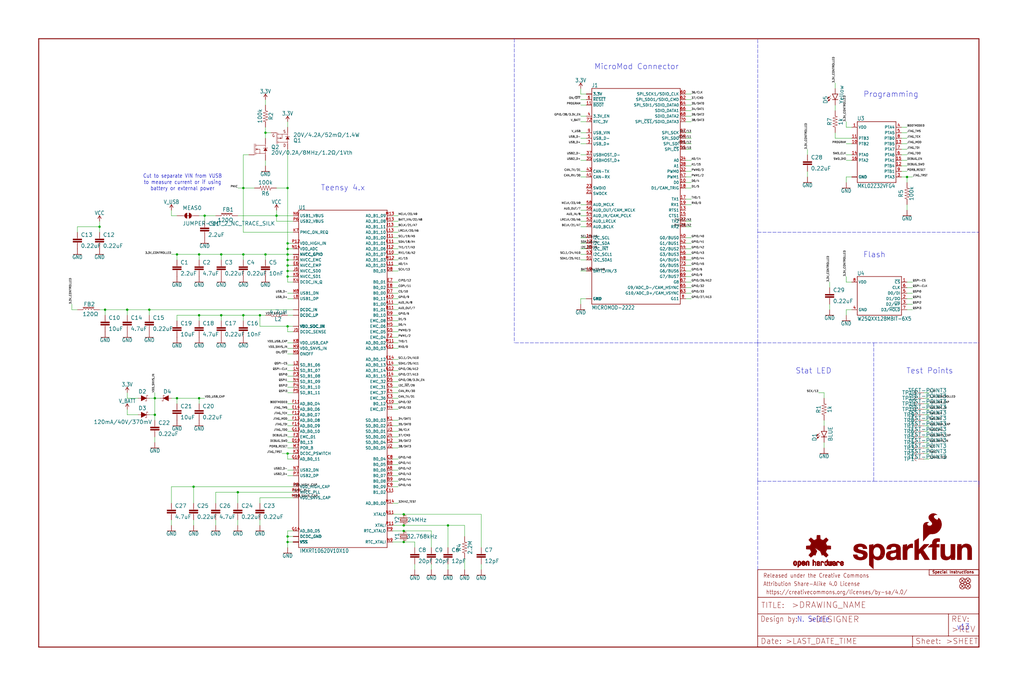
<source format=kicad_sch>
(kicad_sch (version 20211123) (generator eeschema)
  (paper "User" 470.306 317.906)
  (lib_symbols
    (symbol "schematicEagle-eagle-import:0.22UF-0402T-10V-10%"
      (property "Reference" "C" (at 1.524 2.921 0))
      (property "Value" "0.22UF-0402T-10V-10%" (at 1.524 -2.159 0))
      (symbol "0.22UF-0402T-10V-10%_1_0"
        (pin passive line (at 0 5.08 270) (length 2.54) (name "1") (number "1"))
        (pin passive line (at 0 -2.54 90) (length 2.54) (name "2") (number "2"))
      )
    )
    (symbol "schematicEagle-eagle-import:100KOHM-0402T-1{slash}16W-1%"
      (property "Reference" "R" (at 0 1.524 0))
      (property "Value" "100KOHM-0402T-1{slash}16W-1%" (at 0 -1.524 0))
      (symbol "100KOHM-0402T-1{slash}16W-1%_1_0"
        (pin passive line (at -5.08 0 0) (length 2.54) (name "1") (number "1"))
        (pin passive line (at 5.08 0 180) (length 2.54) (name "2") (number "2"))
      )
    )
    (symbol "schematicEagle-eagle-import:10NF-0402T-25V-10%"
      (property "Reference" "C" (at 1.524 2.921 0))
      (property "Value" "10NF-0402T-25V-10%" (at 1.524 -2.159 0))
      (symbol "10NF-0402T-25V-10%_1_0"
        (pin passive line (at 0 5.08 270) (length 2.54) (name "1") (number "1"))
        (pin passive line (at 0 -2.54 90) (length 2.54) (name "2") (number "2"))
      )
    )
    (symbol "schematicEagle-eagle-import:10UF-0402T-6.3V-20%"
      (property "Reference" "C" (at 1.524 2.921 0))
      (property "Value" "10UF-0402T-6.3V-20%" (at 1.524 -2.159 0))
      (symbol "10UF-0402T-6.3V-20%_1_0"
        (pin passive line (at 0 5.08 270) (length 2.54) (name "1") (number "1"))
        (pin passive line (at 0 -2.54 90) (length 2.54) (name "2") (number "2"))
      )
    )
    (symbol "schematicEagle-eagle-import:12PF-0402T-50V-5%"
      (property "Reference" "C" (at 1.524 2.921 0))
      (property "Value" "12PF-0402T-50V-5%" (at 1.524 -2.159 0))
      (symbol "12PF-0402T-50V-5%_1_0"
        (pin passive line (at 0 5.08 270) (length 2.54) (name "1") (number "1"))
        (pin passive line (at 0 -2.54 90) (length 2.54) (name "2") (number "2"))
      )
    )
    (symbol "schematicEagle-eagle-import:1KOHM-0402T-1{slash}16W-1%"
      (property "Reference" "R" (at 0 1.524 0))
      (property "Value" "1KOHM-0402T-1{slash}16W-1%" (at 0 -1.524 0))
      (symbol "1KOHM-0402T-1{slash}16W-1%_1_0"
        (pin passive line (at -5.08 0 0) (length 2.54) (name "1") (number "1"))
        (pin passive line (at 5.08 0 180) (length 2.54) (name "2") (number "2"))
      )
    )
    (symbol "schematicEagle-eagle-import:2.2MOHMS-0402T-1{slash}10W-1%"
      (property "Reference" "R" (at 0 1.524 0))
      (property "Value" "2.2MOHMS-0402T-1{slash}10W-1%" (at 0 -1.524 0))
      (symbol "2.2MOHMS-0402T-1{slash}10W-1%_1_0"
        (pin passive line (at -5.08 0 0) (length 2.54) (name "1") (number "1"))
        (pin passive line (at 5.08 0 180) (length 2.54) (name "2") (number "2"))
      )
    )
    (symbol "schematicEagle-eagle-import:2.2UF-0402_TIGHT-10V-10%-X5R"
      (property "Reference" "C" (at 1.524 2.921 0))
      (property "Value" "2.2UF-0402_TIGHT-10V-10%-X5R" (at 1.524 -2.159 0))
      (symbol "2.2UF-0402_TIGHT-10V-10%-X5R_1_0"
        (pin passive line (at 0 5.08 270) (length 2.54) (name "1") (number "1"))
        (pin passive line (at 0 -2.54 90) (length 2.54) (name "2") (number "2"))
      )
    )
    (symbol "schematicEagle-eagle-import:20PF-0402T-50V-5%"
      (property "Reference" "C" (at 1.524 2.921 0))
      (property "Value" "20PF-0402T-50V-5%" (at 1.524 -2.159 0))
      (symbol "20PF-0402T-50V-5%_1_0"
        (pin passive line (at 0 5.08 270) (length 2.54) (name "1") (number "1"))
        (pin passive line (at 0 -2.54 90) (length 2.54) (name "2") (number "2"))
      )
    )
    (symbol "schematicEagle-eagle-import:3.3V" (power)
      (property "Value" "3.3V" (at 0 2.794 0))
      (symbol "3.3V_1_0"
        (pin power_in line (at 0 0 90) (length 2.54) (name "3.3V") (number "1"))
      )
    )
    (symbol "schematicEagle-eagle-import:4.7UF-0402_TIGHT-6.3V-20%-X5R"
      (property "Reference" "C" (at 1.524 2.921 0))
      (property "Value" "4.7UF-0402_TIGHT-6.3V-20%-X5R" (at 1.524 -2.159 0))
      (symbol "4.7UF-0402_TIGHT-6.3V-20%-X5R_1_0"
        (pin passive line (at 0 5.08 270) (length 2.54) (name "1") (number "1"))
        (pin passive line (at 0 -2.54 90) (length 2.54) (name "2") (number "2"))
      )
    )
    (symbol "schematicEagle-eagle-import:4.7μH_SHIELDED_INDUCTOR"
      (property "Reference" "L" (at 1.27 2.54 0))
      (property "Value" "4.7μH_SHIELDED_INDUCTOR" (at 1.27 -2.54 0))
      (symbol "4.7μH_SHIELDED_INDUCTOR_1_0"
        (pin passive line (at 0 5.08 270) (length 2.54) (name "1") (number "1"))
        (pin passive line (at 0 -5.08 90) (length 2.54) (name "2") (number "2"))
      )
    )
    (symbol "schematicEagle-eagle-import:CRYSTAL-24MHZ-SMD-2.0X1.6MM"
      (property "Reference" "Y" (at 0 2.032 0))
      (property "Value" "CRYSTAL-24MHZ-SMD-2.0X1.6MM" (at 0 -2.032 0))
      (symbol "CRYSTAL-24MHZ-SMD-2.0X1.6MM_1_0"
        (text "1" (at -2.159 -1.143 0) (effects (font (size 0.8636 0.734)) (justify left bottom)))
        (text "2" (at 1.524 -1.143 0) (effects (font (size 0.8636 0.734)) (justify left bottom)))
        (pin passive line (at -2.54 0 0) (length 0) (name "1") (number "1"))
        (pin passive line (at 2.54 0 180) (length 0) (name "2") (number "3"))
      )
    )
    (symbol "schematicEagle-eagle-import:CRYSTAL-32.768KHZSMD-3.2X1.5"
      (property "Reference" "Y" (at 0 2.032 0))
      (property "Value" "CRYSTAL-32.768KHZSMD-3.2X1.5" (at 0 -2.032 0))
      (symbol "CRYSTAL-32.768KHZSMD-3.2X1.5_1_0"
        (text "1" (at -2.159 -1.143 0) (effects (font (size 0.8636 0.734)) (justify left bottom)))
        (text "2" (at 1.524 -1.143 0) (effects (font (size 0.8636 0.734)) (justify left bottom)))
        (pin passive line (at -2.54 0 0) (length 0) (name "1") (number "P$1"))
        (pin passive line (at 2.54 0 180) (length 0) (name "2") (number "P$2"))
      )
    )
    (symbol "schematicEagle-eagle-import:DIODE-SCHOTTKY-RB751S40"
      (property "Reference" "D" (at -2.54 2.032 0))
      (property "Value" "DIODE-SCHOTTKY-RB751S40" (at -2.54 -2.032 0))
      (symbol "DIODE-SCHOTTKY-RB751S40_1_0"
        (pin passive line (at -2.54 0 0) (length 0) (name "A") (number "A"))
        (pin passive line (at 2.54 0 180) (length 0) (name "C") (number "C"))
      )
    )
    (symbol "schematicEagle-eagle-import:FERRITE_BEAD-120_OHM-0402T"
      (property "Reference" "FB" (at 1.27 2.54 0))
      (property "Value" "FERRITE_BEAD-120_OHM-0402T" (at 1.27 -2.54 0))
      (symbol "FERRITE_BEAD-120_OHM-0402T_1_0"
        (pin passive line (at 0 5.08 270) (length 2.54) (name "1") (number "1"))
        (pin passive line (at 0 -5.08 90) (length 2.54) (name "2") (number "2"))
      )
    )
    (symbol "schematicEagle-eagle-import:FIDUCIALUFIDUCIAL")
    (symbol "schematicEagle-eagle-import:FRAME-LEDGER"
      (symbol "FRAME-LEDGER_2_0"
        (text " https://creativecommons.org/licenses/by-sa/4.0/" (at 2.54 24.13 0) (effects (font (size 1.9304 1.6408)) (justify left bottom)))
        (text ">DESIGNER" (at 23.114 11.176 0) (effects (font (size 2.7432 2.7432)) (justify left bottom)))
        (text ">DRAWING_NAME" (at 15.494 17.78 0) (effects (font (size 2.7432 2.7432)) (justify left bottom)))
        (text ">LAST_DATE_TIME" (at 12.7 1.27 0) (effects (font (size 2.54 2.54)) (justify left bottom)))
        (text ">REV" (at 88.9 6.604 0) (effects (font (size 2.7432 2.7432)) (justify left bottom)))
        (text ">SHEET" (at 86.36 1.27 0) (effects (font (size 2.54 2.54)) (justify left bottom)))
        (text "Attribution Share-Alike 4.0 License" (at 2.54 27.94 0) (effects (font (size 1.9304 1.6408)) (justify left bottom)))
        (text "Date:" (at 1.27 1.27 0) (effects (font (size 2.54 2.54)) (justify left bottom)))
        (text "Design by:" (at 1.27 11.43 0) (effects (font (size 2.54 2.159)) (justify left bottom)))
        (text "Released under the Creative Commons" (at 2.54 31.75 0) (effects (font (size 1.9304 1.6408)) (justify left bottom)))
        (text "REV:" (at 88.9 11.43 0) (effects (font (size 2.54 2.54)) (justify left bottom)))
        (text "Sheet:" (at 72.39 1.27 0) (effects (font (size 2.54 2.54)) (justify left bottom)))
        (text "TITLE:" (at 1.524 17.78 0) (effects (font (size 2.54 2.54)) (justify left bottom)))
      )
    )
    (symbol "schematicEagle-eagle-import:GND" (power)
      (property "Value" "GND" (at 0 -0.254 0))
      (symbol "GND_1_0"
        (pin power_in line (at 0 2.54 270) (length 2.54) (name "GND") (number "1"))
      )
    )
    (symbol "schematicEagle-eagle-import:IMXRT1062DV10X10"
      (property "Reference" "U" (at -20.32 76.454 0))
      (property "Value" "IMXRT1062DV10X10" (at -20.32 -78.994 0))
      (symbol "IMXRT1062DV10X10_1_0"
        (pin bidirectional line (at -22.86 -76.2 0) (length 2.54) (name "VSS") (number "A1"))
        (pin bidirectional line (at 22.86 35.56 180) (length 2.54) (name "B0_11") (number "A10"))
        (pin bidirectional line (at 22.86 33.02 180) (length 2.54) (name "B1_00") (number "A11"))
        (pin bidirectional line (at -22.86 -76.2 0) (length 2.54) (name "VSS") (number "A14"))
        (pin bidirectional line (at 22.86 -43.18 180) (length 2.54) (name "B0_06") (number "A8"))
        (pin bidirectional line (at 22.86 -45.72 180) (length 2.54) (name "B0_07") (number "A9"))
        (pin bidirectional line (at -22.86 -76.2 0) (length 2.54) (name "VSS") (number "B10"))
        (pin bidirectional line (at 22.86 30.48 180) (length 2.54) (name "B1_01") (number "B11"))
        (pin bidirectional line (at -22.86 -76.2 0) (length 2.54) (name "VSS") (number "B5"))
        (pin bidirectional line (at 22.86 -40.64 180) (length 2.54) (name "B0_05") (number "B8"))
        (pin bidirectional line (at 22.86 -48.26 180) (length 2.54) (name "B0_08") (number "B9"))
        (pin bidirectional line (at 22.86 -12.7 180) (length 2.54) (name "B0_12") (number "C10"))
        (pin bidirectional line (at 22.86 -53.34 180) (length 2.54) (name "B1_02") (number "C11"))
        (pin bidirectional line (at 22.86 -10.16 180) (length 2.54) (name "EMC_36") (number "C3"))
        (pin bidirectional line (at 22.86 -5.08 180) (length 2.54) (name "EMC_31") (number "C5"))
        (pin bidirectional line (at 22.86 -38.1 180) (length 2.54) (name "B0_04") (number "C8"))
        (pin bidirectional line (at 22.86 -50.8 180) (length 2.54) (name "B0_09") (number "C9"))
        (pin bidirectional line (at -22.86 -30.48 0) (length 2.54) (name "B0_13") (number "D10"))
        (pin bidirectional line (at 22.86 -2.54 180) (length 2.54) (name "EMC_32") (number "D5"))
        (pin bidirectional line (at 22.86 38.1 180) (length 2.54) (name "B0_00") (number "D7"))
        (pin bidirectional line (at 22.86 48.26 180) (length 2.54) (name "B0_03") (number "D8"))
        (pin bidirectional line (at 22.86 27.94 180) (length 2.54) (name "B0_10") (number "D9"))
        (pin bidirectional line (at -22.86 -76.2 0) (length 2.54) (name "VSS") (number "E13"))
        (pin bidirectional line (at -22.86 -15.24 0) (length 2.54) (name "AD_B0_06") (number "E14"))
        (pin bidirectional line (at -22.86 -76.2 0) (length 2.54) (name "VSS") (number "E2"))
        (pin bidirectional line (at 22.86 -7.62 180) (length 2.54) (name "EMC_37") (number "E4"))
        (pin bidirectional line (at -22.86 50.8 0) (length 2.54) (name "NVCC_EMP") (number "E6"))
        (pin bidirectional line (at 22.86 43.18 180) (length 2.54) (name "B0_01") (number "E7"))
        (pin bidirectional line (at 22.86 40.64 180) (length 2.54) (name "B0_02") (number "E8"))
        (pin bidirectional line (at -22.86 55.88 0) (length 2.54) (name "NVCC_GPIO") (number "E9"))
        (pin bidirectional line (at -22.86 55.88 0) (length 2.54) (name "NVCC_GPIO") (number "F10"))
        (pin bidirectional line (at -22.86 -12.7 0) (length 2.54) (name "AD_B0_04") (number "F11"))
        (pin bidirectional line (at -22.86 -17.78 0) (length 2.54) (name "AD_B0_07") (number "F12"))
        (pin bidirectional line (at -22.86 -20.32 0) (length 2.54) (name "AD_B0_08") (number "F13"))
        (pin bidirectional line (at -22.86 -22.86 0) (length 2.54) (name "AD_B0_09") (number "F14"))
        (pin bidirectional line (at 22.86 17.78 180) (length 2.54) (name "EMC_04") (number "F2"))
        (pin bidirectional line (at -22.86 -27.94 0) (length 2.54) (name "EMC_01") (number "F3"))
        (pin bidirectional line (at -22.86 53.34 0) (length 2.54) (name "NVCC_EMC") (number "F5"))
        (pin bidirectional line (at -22.86 22.86 0) (length 2.54) (name "VDD_SOC_IN") (number "F6"))
        (pin bidirectional line (at -22.86 22.86 0) (length 2.54) (name "VDD_SOC_IN") (number "F7"))
        (pin bidirectional line (at -22.86 22.86 0) (length 2.54) (name "VDD_SOC_IN") (number "F8"))
        (pin bidirectional line (at -22.86 22.86 0) (length 2.54) (name "VDD_SOC_IN") (number "F9"))
        (pin bidirectional line (at -22.86 -38.1 0) (length 2.54) (name "AD_B0_11") (number "G10"))
        (pin bidirectional line (at 22.86 12.7 180) (length 2.54) (name "AD_B0_03") (number "G11"))
        (pin bidirectional line (at 22.86 2.54 180) (length 2.54) (name "AD_B1_14") (number "G12"))
        (pin bidirectional line (at -22.86 -25.4 0) (length 2.54) (name "AD_B0_10") (number "G13"))
        (pin bidirectional line (at -22.86 -71.12 0) (length 2.54) (name "AD_B0_05") (number "G14"))
        (pin bidirectional line (at 22.86 20.32 180) (length 2.54) (name "EMC_05") (number "G5"))
        (pin bidirectional line (at -22.86 22.86 0) (length 2.54) (name "VDD_SOC_IN") (number "G6"))
        (pin bidirectional line (at -22.86 -76.2 0) (length 2.54) (name "VSS") (number "G7"))
        (pin bidirectional line (at -22.86 -76.2 0) (length 2.54) (name "VSS") (number "G8"))
        (pin bidirectional line (at -22.86 22.86 0) (length 2.54) (name "VDD_SOC_IN") (number "G9"))
        (pin bidirectional line (at 22.86 71.12 180) (length 2.54) (name "AD_B1_08") (number "H13"))
        (pin bidirectional line (at 22.86 -30.48 180) (length 2.54) (name "SD_B0_04") (number "H2"))
        (pin bidirectional line (at 22.86 25.4 180) (length 2.54) (name "EMC_08") (number "H3"))
        (pin bidirectional line (at 22.86 -15.24 180) (length 2.54) (name "EMC_07") (number "H4"))
        (pin bidirectional line (at 22.86 22.86 180) (length 2.54) (name "EMC_06") (number "H5"))
        (pin bidirectional line (at -22.86 22.86 0) (length 2.54) (name "VDD_SOC_IN") (number "H6"))
        (pin bidirectional line (at -22.86 -76.2 0) (length 2.54) (name "VSS") (number "H7"))
        (pin bidirectional line (at -22.86 -76.2 0) (length 2.54) (name "VSS") (number "H8"))
        (pin bidirectional line (at -22.86 22.86 0) (length 2.54) (name "VDD_SOC_IN") (number "H9"))
        (pin bidirectional line (at 22.86 -22.86 180) (length 2.54) (name "SD_B0_02") (number "J1"))
        (pin bidirectional line (at -22.86 55.88 0) (length 2.54) (name "NVCC_GPIO") (number "J10"))
        (pin bidirectional line (at 22.86 63.5 180) (length 2.54) (name "AD_B1_00") (number "J11"))
        (pin bidirectional line (at 22.86 58.42 180) (length 2.54) (name "AD_B1_06") (number "J12"))
        (pin bidirectional line (at 22.86 68.58 180) (length 2.54) (name "AD_B1_11") (number "J13"))
        (pin bidirectional line (at 22.86 0 180) (length 2.54) (name "AD_B1_15") (number "J14"))
        (pin bidirectional line (at 22.86 -33.02 180) (length 2.54) (name "SD_B0_05") (number "J2"))
        (pin bidirectional line (at 22.86 -25.4 180) (length 2.54) (name "SD_B0_01") (number "J3"))
        (pin bidirectional line (at 22.86 -27.94 180) (length 2.54) (name "SD_B0_00") (number "J4"))
        (pin bidirectional line (at -22.86 20.32 0) (length 2.54) (name "DCDC_SENSE") (number "J5"))
        (pin bidirectional line (at -22.86 48.26 0) (length 2.54) (name "NVCC_SD0") (number "J6"))
        (pin bidirectional line (at -22.86 -76.2 0) (length 2.54) (name "VSS") (number "J7"))
        (pin bidirectional line (at -22.86 -76.2 0) (length 2.54) (name "VSS") (number "J8"))
        (pin bidirectional line (at -22.86 22.86 0) (length 2.54) (name "VDD_SOC_IN") (number "J9"))
        (pin bidirectional line (at 22.86 -20.32 180) (length 2.54) (name "SD_B0_03") (number "K1"))
        (pin bidirectional line (at 22.86 55.88 180) (length 2.54) (name "AD_B1_07") (number "K10"))
        (pin bidirectional line (at 22.86 60.96 180) (length 2.54) (name "AD_B1_01") (number "K11"))
        (pin bidirectional line (at -22.86 -76.2 0) (length 2.54) (name "VSS") (number "K13"))
        (pin bidirectional line (at 22.86 7.62 180) (length 2.54) (name "AD_B0_12") (number "K14"))
        (pin bidirectional line (at -22.86 -76.2 0) (length 2.54) (name "VSS") (number "K2"))
        (pin bidirectional line (at -22.86 -35.56 0) (length 2.54) (name "DCDC_PSWITCH") (number "K3"))
        (pin bidirectional line (at -22.86 43.18 0) (length 2.54) (name "DCDC_IN_Q") (number "K4"))
        (pin bidirectional line (at -22.86 45.72 0) (length 2.54) (name "NVCC_SD1") (number "K5"))
        (pin bidirectional line (at -22.86 -76.2 0) (length 2.54) (name "VSS") (number "K6"))
        (pin bidirectional line (at -22.86 66.04 0) (length 2.54) (name "PMIC_ON_REQ") (number "K7"))
        (pin bidirectional line (at -22.86 15.24 0) (length 2.54) (name "VDD_USB_CAP") (number "K8"))
        (pin bidirectional line (at -22.86 -76.2 0) (length 2.54) (name "VSS") (number "K9"))
        (pin bidirectional line (at -22.86 30.48 0) (length 2.54) (name "DCDC_IN") (number "L1"))
        (pin bidirectional line (at 22.86 50.8 180) (length 2.54) (name "AD_B1_02") (number "L11"))
        (pin bidirectional line (at 22.86 66.04 180) (length 2.54) (name "AD_B1_10") (number "L13"))
        (pin bidirectional line (at 22.86 5.08 180) (length 2.54) (name "AD_B0_13") (number "L14"))
        (pin bidirectional line (at -22.86 30.48 0) (length 2.54) (name "DCDC_IN") (number "L2"))
        (pin bidirectional line (at -22.86 5.08 0) (length 2.54) (name "SD_B1_06") (number "L3"))
        (pin bidirectional line (at -22.86 2.54 0) (length 2.54) (name "SD_B1_07") (number "L4"))
        (pin bidirectional line (at -22.86 35.56 0) (length 2.54) (name "USB1_DP") (number "L8"))
        (pin bidirectional line (at -22.86 -76.2 0) (length 2.54) (name "VSS") (number "L9"))
        (pin bidirectional line (at -22.86 27.94 0) (length 2.54) (name "DCDC_LP") (number "M1"))
        (pin bidirectional line (at -22.86 -55.88 0) (length 2.54) (name "VDD_SNVS_CAP") (number "M10"))
        (pin bidirectional line (at 22.86 15.24 180) (length 2.54) (name "AD_B0_02") (number "M11"))
        (pin bidirectional line (at 22.86 53.34 180) (length 2.54) (name "AD_B1_03") (number "M12"))
        (pin bidirectional line (at 22.86 73.66 180) (length 2.54) (name "AD_B1_09") (number "M13"))
        (pin bidirectional line (at 22.86 -58.42 180) (length 2.54) (name "AD_B0_00") (number "M14"))
        (pin bidirectional line (at -22.86 27.94 0) (length 2.54) (name "DCDC_LP") (number "M2"))
        (pin bidirectional line (at -22.86 10.16 0) (length 2.54) (name "ONOFF") (number "M6"))
        (pin bidirectional line (at -22.86 -33.02 0) (length 2.54) (name "POR_B") (number "M7"))
        (pin bidirectional line (at -22.86 38.1 0) (length 2.54) (name "USB1_DN") (number "M8"))
        (pin bidirectional line (at -22.86 12.7 0) (length 2.54) (name "VDD_SNVS_IN") (number "M9"))
        (pin bidirectional line (at -22.86 -73.66 0) (length 2.54) (name "DCDC_GND") (number "N1"))
        (pin bidirectional line (at 22.86 -63.5 180) (length 2.54) (name "XTALO") (number "N11"))
        (pin bidirectional line (at -22.86 58.42 0) (length 2.54) (name "VDD_ADC") (number "N14"))
        (pin bidirectional line (at -22.86 -73.66 0) (length 2.54) (name "DCDC_GND") (number "N2"))
        (pin bidirectional line (at -22.86 -2.54 0) (length 2.54) (name "SD_B1_09") (number "N4"))
        (pin bidirectional line (at -22.86 -76.2 0) (length 2.54) (name "VSS") (number "N5"))
        (pin bidirectional line (at -22.86 73.66 0) (length 2.54) (name "USB1_VBUS") (number "N6"))
        (pin bidirectional line (at -22.86 -43.18 0) (length 2.54) (name "USB2_DN") (number "N7"))
        (pin bidirectional line (at -22.86 -76.2 0) (length 2.54) (name "VSS") (number "N8"))
        (pin bidirectional line (at 22.86 -76.2 180) (length 2.54) (name "RTC_XTALI") (number "N9"))
        (pin bidirectional line (at -22.86 -76.2 0) (length 2.54) (name "VSS") (number "P1"))
        (pin bidirectional line (at -22.86 -53.34 0) (length 2.54) (name "NVCC_PLL") (number "P10"))
        (pin bidirectional line (at 22.86 -68.58 180) (length 2.54) (name "XTALI") (number "P11"))
        (pin bidirectional line (at -22.86 60.96 0) (length 2.54) (name "VDD_HIGH_IN") (number "P12"))
        (pin bidirectional line (at -22.86 -76.2 0) (length 2.54) (name "VSS") (number "P14"))
        (pin bidirectional line (at -22.86 0 0) (length 2.54) (name "SD_B1_08") (number "P3"))
        (pin bidirectional line (at -22.86 -5.08 0) (length 2.54) (name "SD_B1_10") (number "P4"))
        (pin bidirectional line (at -22.86 -7.62 0) (length 2.54) (name "SD_B1_11") (number "P5"))
        (pin bidirectional line (at -22.86 71.12 0) (length 2.54) (name "USB2_VBUS") (number "P6"))
        (pin bidirectional line (at -22.86 -45.72 0) (length 2.54) (name "USB2_DP") (number "P7"))
        (pin bidirectional line (at -22.86 -50.8 0) (length 2.54) (name "VDD_HIGH_CAP") (number "P8"))
        (pin bidirectional line (at 22.86 -71.12 180) (length 2.54) (name "RTC_XTALO") (number "P9"))
      )
    )
    (symbol "schematicEagle-eagle-import:JUMPER-SMT_2_NC_TRACE_SILK"
      (property "Reference" "JP" (at -2.54 2.54 0))
      (property "Value" "JUMPER-SMT_2_NC_TRACE_SILK" (at -2.54 -2.54 0))
      (symbol "JUMPER-SMT_2_NC_TRACE_SILK_1_0"
        (pin passive line (at -5.08 0 0) (length 2.54) (name "1") (number "1"))
        (pin passive line (at 5.08 0 180) (length 2.54) (name "2") (number "2"))
      )
    )
    (symbol "schematicEagle-eagle-import:LED-BLUE0603"
      (property "Reference" "D" (at -3.429 -4.572 90))
      (property "Value" "LED-BLUE0603" (at 1.905 -4.572 90))
      (symbol "LED-BLUE0603_1_0"
        (pin passive line (at 0 2.54 270) (length 2.54) (name "A") (number "A"))
        (pin passive line (at 0 -5.08 90) (length 2.54) (name "C") (number "C"))
      )
    )
    (symbol "schematicEagle-eagle-import:LED-YELLOW0603"
      (property "Reference" "D" (at -3.429 -4.572 90))
      (property "Value" "LED-YELLOW0603" (at 1.905 -4.572 90))
      (symbol "LED-YELLOW0603_1_0"
        (pin passive line (at 0 2.54 270) (length 2.54) (name "A") (number "A"))
        (pin passive line (at 0 -5.08 90) (length 2.54) (name "C") (number "C"))
      )
    )
    (symbol "schematicEagle-eagle-import:MICROMOD-2222"
      (property "Reference" "J" (at -20.32 53.848 0))
      (property "Value" "MICROMOD-2222" (at -20.32 -48.26 0))
      (symbol "MICROMOD-2222_1_0"
        (pin bidirectional line (at -22.86 -43.18 0) (length 2.54) (name "GND") (number "1"))
        (pin bidirectional line (at 22.86 10.16 180) (length 2.54) (name "D0") (number "10"))
        (pin bidirectional line (at -22.86 45.72 0) (length 2.54) (name "~{BOOT}") (number "11"))
        (pin bidirectional line (at -22.86 -17.78 0) (length 2.54) (name "I2C_SDA") (number "12"))
        (pin bidirectional line (at 22.86 -2.54 180) (length 2.54) (name "RTS1") (number "13"))
        (pin bidirectional line (at -22.86 -15.24 0) (length 2.54) (name "I2C_SCL") (number "14"))
        (pin bidirectional line (at 22.86 -5.08 180) (length 2.54) (name "CTS1") (number "15"))
        (pin bidirectional line (at -22.86 -20.32 0) (length 2.54) (name "I2C_~{INT}") (number "16"))
        (pin bidirectional line (at 22.86 2.54 180) (length 2.54) (name "TX1") (number "17"))
        (pin bidirectional line (at 22.86 7.62 180) (length 2.54) (name "D1/CAM_TRIG") (number "18"))
        (pin bidirectional line (at 22.86 0 180) (length 2.54) (name "RX1") (number "19"))
        (pin bidirectional line (at -22.86 50.8 0) (length 2.54) (name "3.3V") (number "2"))
        (pin bidirectional line (at 22.86 -10.16 180) (length 2.54) (name "RX2") (number "20"))
        (pin bidirectional line (at -22.86 5.08 0) (length 2.54) (name "SWDCK") (number "21"))
        (pin bidirectional line (at 22.86 -7.62 180) (length 2.54) (name "TX2") (number "22"))
        (pin bidirectional line (at -22.86 7.62 0) (length 2.54) (name "SWDIO") (number "23"))
        (pin bidirectional line (at -22.86 27.94 0) (length 2.54) (name "USB_D+") (number "3"))
        (pin bidirectional line (at 22.86 15.24 180) (length 2.54) (name "PWM0") (number "32"))
        (pin bidirectional line (at -22.86 -43.18 0) (length 2.54) (name "GND") (number "33"))
        (pin bidirectional line (at 22.86 20.32 180) (length 2.54) (name "A0") (number "34"))
        (pin bidirectional line (at -22.86 20.32 0) (length 2.54) (name "USBHOST_D+") (number "35"))
        (pin bidirectional line (at -22.86 -43.18 0) (length 2.54) (name "GND") (number "36"))
        (pin bidirectional line (at -22.86 22.86 0) (length 2.54) (name "USBHOST_D-") (number "37"))
        (pin bidirectional line (at 22.86 17.78 180) (length 2.54) (name "A1") (number "38"))
        (pin bidirectional line (at -22.86 -43.18 0) (length 2.54) (name "GND") (number "39"))
        (pin bidirectional line (at -22.86 40.64 0) (length 2.54) (name "3.3V_EN") (number "4"))
        (pin bidirectional line (at 22.86 -15.24 180) (length 2.54) (name "G0/BUS0") (number "40"))
        (pin bidirectional line (at -22.86 12.7 0) (length 2.54) (name "CAN-RX") (number "41"))
        (pin bidirectional line (at 22.86 -17.78 180) (length 2.54) (name "G1/BUS1") (number "42"))
        (pin bidirectional line (at -22.86 15.24 0) (length 2.54) (name "CAN-TX") (number "43"))
        (pin bidirectional line (at 22.86 -20.32 180) (length 2.54) (name "G2/BUS2") (number "44"))
        (pin bidirectional line (at -22.86 -43.18 0) (length 2.54) (name "GND") (number "45"))
        (pin bidirectional line (at 22.86 -22.86 180) (length 2.54) (name "G3/BUS3") (number "46"))
        (pin bidirectional line (at 22.86 12.7 180) (length 2.54) (name "PWM1") (number "47"))
        (pin bidirectional line (at 22.86 -25.4 180) (length 2.54) (name "G4/BUS4") (number "48"))
        (pin bidirectional line (at -22.86 -30.48 0) (length 2.54) (name "BATT_VIN/3") (number "49"))
        (pin bidirectional line (at -22.86 30.48 0) (length 2.54) (name "USB_D-") (number "5"))
        (pin bidirectional line (at -22.86 -10.16 0) (length 2.54) (name "AUD_BCLK") (number "50"))
        (pin bidirectional line (at -22.86 -25.4 0) (length 2.54) (name "I2C_SDA1") (number "51"))
        (pin bidirectional line (at -22.86 -7.62 0) (length 2.54) (name "AUD_LRCLK") (number "52"))
        (pin bidirectional line (at -22.86 -22.86 0) (length 2.54) (name "I2C_SCL1") (number "53"))
        (pin bidirectional line (at -22.86 -5.08 0) (length 2.54) (name "AUD_IN/CAM_PCLK") (number "54"))
        (pin bidirectional line (at 22.86 25.4 180) (length 2.54) (name "SPI_~{CS}") (number "55"))
        (pin bidirectional line (at -22.86 -2.54 0) (length 2.54) (name "AUD_OUT/CAM_MCLK") (number "56"))
        (pin bidirectional line (at 22.86 33.02 180) (length 2.54) (name "SPI_SCK") (number "57"))
        (pin bidirectional line (at -22.86 0 0) (length 2.54) (name "AUD_MCLK") (number "58"))
        (pin bidirectional line (at 22.86 30.48 180) (length 2.54) (name "SPI_SDO") (number "59"))
        (pin bidirectional line (at -22.86 48.26 0) (length 2.54) (name "~{RESET}") (number "6"))
        (pin bidirectional line (at 22.86 50.8 180) (length 2.54) (name "SPI_SCK1/SDIO_CLK") (number "60"))
        (pin bidirectional line (at 22.86 27.94 180) (length 2.54) (name "SPI_SDI") (number "61"))
        (pin bidirectional line (at 22.86 48.26 180) (length 2.54) (name "SPI_SDO1/SDIO_CMD") (number "62"))
        (pin bidirectional line (at 22.86 -40.64 180) (length 2.54) (name "G10/ADC_D+/CAM_VSYNC") (number "63"))
        (pin bidirectional line (at 22.86 45.72 180) (length 2.54) (name "SPI_SDI1/SDIO_DATA0") (number "64"))
        (pin bidirectional line (at 22.86 -38.1 180) (length 2.54) (name "G9/ADC_D-/CAM_HSYNC") (number "65"))
        (pin bidirectional line (at 22.86 43.18 180) (length 2.54) (name "SDIO_DATA1") (number "66"))
        (pin bidirectional line (at 22.86 -35.56 180) (length 2.54) (name "G8") (number "67"))
        (pin bidirectional line (at 22.86 40.64 180) (length 2.54) (name "SDIO_DATA2") (number "68"))
        (pin bidirectional line (at 22.86 -33.02 180) (length 2.54) (name "G7/BUS7") (number "69"))
        (pin bidirectional line (at -22.86 -43.18 0) (length 2.54) (name "GND") (number "7"))
        (pin bidirectional line (at 22.86 38.1 180) (length 2.54) (name "SPI_~{CS1}/SDIO_DATA3") (number "70"))
        (pin bidirectional line (at 22.86 -30.48 180) (length 2.54) (name "G6/BUS6") (number "71"))
        (pin bidirectional line (at -22.86 38.1 0) (length 2.54) (name "RTC_3V") (number "72"))
        (pin bidirectional line (at 22.86 -27.94 180) (length 2.54) (name "G5/BUS5") (number "73"))
        (pin bidirectional line (at -22.86 50.8 0) (length 2.54) (name "3.3V") (number "74"))
        (pin bidirectional line (at -22.86 -43.18 0) (length 2.54) (name "GND") (number "75"))
        (pin bidirectional line (at 22.86 -43.18 180) (length 2.54) (name "G11") (number "8"))
        (pin bidirectional line (at -22.86 33.02 0) (length 2.54) (name "USB_VIN") (number "9"))
        (pin bidirectional line (at -22.86 -43.18 0) (length 2.54) (name "GND") (number "GND1"))
        (pin bidirectional line (at -22.86 -43.18 0) (length 2.54) (name "GND") (number "GND2"))
        (pin bidirectional line (at -22.86 -43.18 0) (length 2.54) (name "GND") (number "GND3"))
      )
    )
    (symbol "schematicEagle-eagle-import:MKL02Z32VFG4QFN-16"
      (property "Reference" "U" (at -7.62 13.208 0))
      (property "Value" "MKL02Z32VFG4QFN-16" (at -7.62 -17.78 0))
      (symbol "MKL02Z32VFG4QFN-16_1_0"
        (pin bidirectional line (at -10.16 10.16 0) (length 2.54) (name "VDD") (number "1"))
        (pin bidirectional line (at -10.16 2.54 0) (length 2.54) (name "PTB2") (number "10"))
        (pin bidirectional line (at -10.16 5.08 0) (length 2.54) (name "PTB3") (number "11"))
        (pin bidirectional line (at 12.7 -7.62 180) (length 2.54) (name "PTB4") (number "12"))
        (pin bidirectional line (at 12.7 2.54 180) (length 2.54) (name "PTB5") (number "13"))
        (pin bidirectional line (at -10.16 -2.54 0) (length 2.54) (name "PTA0") (number "14"))
        (pin bidirectional line (at 12.7 -5.08 180) (length 2.54) (name "PTA1") (number "15"))
        (pin bidirectional line (at -10.16 -5.08 0) (length 2.54) (name "PTA2") (number "16"))
        (pin bidirectional line (at -10.16 -12.7 0) (length 2.54) (name "GND") (number "17"))
        (pin bidirectional line (at -10.16 -12.7 0) (length 2.54) (name "GND") (number "2"))
        (pin bidirectional line (at 12.7 -12.7 180) (length 2.54) (name "PTA3") (number "3"))
        (pin bidirectional line (at 12.7 10.16 180) (length 2.54) (name "PTA4") (number "4"))
        (pin bidirectional line (at 12.7 7.62 180) (length 2.54) (name "PTA5") (number "5"))
        (pin bidirectional line (at 12.7 -2.54 180) (length 2.54) (name "PTA6") (number "6"))
        (pin bidirectional line (at 12.7 0 180) (length 2.54) (name "PTA7") (number "7"))
        (pin bidirectional line (at 12.7 5.08 180) (length 2.54) (name "PTB0") (number "8"))
        (pin bidirectional line (at 12.7 -10.16 180) (length 2.54) (name "PTB1") (number "9"))
      )
    )
    (symbol "schematicEagle-eagle-import:MOSFET-NCH-RE1C00UNTL"
      (property "Reference" "Q" (at 5.08 0 0))
      (property "Value" "MOSFET-NCH-RE1C00UNTL" (at 5.08 -2.54 0))
      (symbol "MOSFET-NCH-RE1C00UNTL_1_0"
        (pin bidirectional line (at -5.08 -2.54 0) (length 2.54) (name "G") (number "1"))
        (pin bidirectional line (at 2.54 -5.08 90) (length 2.54) (name "S") (number "2"))
        (pin bidirectional line (at 2.54 5.08 270) (length 2.54) (name "D") (number "3"))
      )
    )
    (symbol "schematicEagle-eagle-import:MOSFET_PCH-DMG2305UX-7"
      (property "Reference" "Q" (at 5.08 0 0))
      (property "Value" "MOSFET_PCH-DMG2305UX-7" (at 5.08 -2.54 0))
      (symbol "MOSFET_PCH-DMG2305UX-7_1_0"
        (text "D" (at 0.508 2.54 0) (effects (font (size 1.27 1.0795)) (justify left bottom)))
        (text "G" (at -3.302 -0.508 0) (effects (font (size 1.27 1.0795)) (justify right top)))
        (text "S" (at 0.508 -3.81 0) (effects (font (size 1.27 1.0795)) (justify left bottom)))
        (pin bidirectional line (at -5.08 -2.54 0) (length 2.54) (name "G") (number "1"))
        (pin bidirectional line (at 2.54 -5.08 90) (length 2.54) (name "S") (number "2"))
        (pin bidirectional line (at 2.54 5.08 270) (length 2.54) (name "D") (number "3"))
      )
    )
    (symbol "schematicEagle-eagle-import:OSHW-LOGONO_SILK")
    (symbol "schematicEagle-eagle-import:SFE_LOGO_NAME_FLAME.1_INCH")
    (symbol "schematicEagle-eagle-import:SPECIAL_INSTRUCTIONS-ORDERING"
      (symbol "SPECIAL_INSTRUCTIONS-ORDERING_1_0"
        (text "Special Instructions" (at 1.27 0.6985 0) (effects (font (size 1.27 1.27) (thickness 0.254) bold) (justify left bottom)))
      )
    )
    (symbol "schematicEagle-eagle-import:TEST-POINT3"
      (property "Reference" "TP" (at -2.54 2.54 0))
      (property "Value" "TEST-POINT3" (at -2.54 -2.54 0))
      (symbol "TEST-POINT3_1_0"
        (pin bidirectional line (at 0 0 180) (length 0) (name "1") (number "P$1"))
      )
    )
    (symbol "schematicEagle-eagle-import:VCC" (power)
      (property "Value" "VCC" (at 0 2.794 0))
      (symbol "VCC_1_0"
        (pin power_in line (at 0 0 90) (length 2.54) (name "VCC") (number "1"))
      )
    )
    (symbol "schematicEagle-eagle-import:V_BATT" (power)
      (property "Value" "V_BATT" (at 0 2.794 0))
      (symbol "V_BATT_1_0"
        (pin power_in line (at 0 0 90) (length 2.54) (name "V_BATT") (number "1"))
      )
    )
    (symbol "schematicEagle-eagle-import:V_USB" (power)
      (property "Value" "V_USB" (at 0 2.794 0))
      (symbol "V_USB_1_0"
        (pin power_in line (at 0 0 90) (length 2.54) (name "V_USB") (number "1"))
      )
    )
    (symbol "schematicEagle-eagle-import:W25QXX128MBIT-6X5-SKINNY_CENTER"
      (property "Reference" "U" (at -10.16 8.128 0))
      (property "Value" "W25QXX128MBIT-6X5-SKINNY_CENTER" (at -10.16 -12.7 0))
      (symbol "W25QXX128MBIT-6X5-SKINNY_CENTER_1_0"
        (pin bidirectional line (at 12.7 5.08 180) (length 2.54) (name "~{CS}") (number "1"))
        (pin bidirectional line (at 12.7 -2.54 180) (length 2.54) (name "D1/DO") (number "2"))
        (pin bidirectional line (at 12.7 -5.08 180) (length 2.54) (name "D2/~{WP}") (number "3"))
        (pin bidirectional line (at -12.7 -7.62 0) (length 2.54) (name "GND") (number "4"))
        (pin bidirectional line (at 12.7 0 180) (length 2.54) (name "D0/DI") (number "5"))
        (pin bidirectional line (at 12.7 2.54 180) (length 2.54) (name "CLK") (number "6"))
        (pin bidirectional line (at 12.7 -7.62 180) (length 2.54) (name "D3/~{HOLD}") (number "7"))
        (pin bidirectional line (at -12.7 5.08 0) (length 2.54) (name "VDD") (number "8"))
      )
    )
  )
  (junction (at 111.76 116.84))
  (junction (at 127 99.06))
  (junction (at 45.72 104.14))
  (junction (at 185.42 236.22))
  (junction (at 91.44 116.84))
  (junction (at 111.76 86.36))
  (junction (at 132.08 114.3))
  (junction (at 132.08 116.84))
  (junction (at 132.08 208.28))
  (junction (at 132.08 124.46))
  (junction (at 71.12 182.88))
  (junction (at 185.42 241.3))
  (junction (at 58.42 142.24))
  (junction (at 121.92 60.96))
  (junction (at 205.74 241.3))
  (junction (at 109.22 226.06))
  (junction (at 132.08 127))
  (junction (at 81.28 116.84))
  (junction (at 81.28 182.88))
  (junction (at 48.26 142.24))
  (junction (at 121.92 116.84))
  (junction (at 71.12 190.5))
  (junction (at 93.98 99.06))
  (junction (at 132.08 246.38))
  (junction (at 68.58 142.24))
  (junction (at 101.6 116.84))
  (junction (at 185.42 243.84))
  (junction (at 132.08 121.92))
  (junction (at 185.42 248.92))
  (junction (at 132.08 119.38))
  (junction (at 132.08 86.36))
  (junction (at 416.56 81.28))
  (junction (at 88.9 223.52))
  (junction (at 111.76 144.78))
  (junction (at 119.38 144.78))
  (junction (at 132.08 248.92))
  (junction (at 101.6 144.78))
  (junction (at 91.44 182.88))
  (junction (at 91.44 144.78))
  (junction (at 132.08 111.76))
  (junction (at 132.08 149.86))
  (wire (pts (xy 68.58 144.78) (xy 68.58 142.24)))
  (wire (pts (xy 35.56 104.14) (xy 35.56 106.68)))
  (wire (pts (xy 416.56 137.16) (xy 419.1 137.16)))
  (wire (pts (xy 101.6 147.32) (xy 101.6 144.78)))
  (wire (pts (xy 314.96 45.72) (xy 317.5 45.72)))
  (wire (pts (xy 134.62 160.02) (xy 132.08 160.02)))
  (wire (pts (xy 88.9 223.52) (xy 88.9 231.14)))
  (wire (pts (xy 81.28 116.84) (xy 91.44 116.84)))
  (wire (pts (xy 314.96 66.04) (xy 317.5 66.04)))
  (wire (pts (xy 180.34 172.72) (xy 182.88 172.72)))
  (wire (pts (xy 185.42 236.22) (xy 220.98 236.22)))
  (wire (pts (xy 424.18 187.96) (xy 426.72 187.96)))
  (wire (pts (xy 88.9 241.3) (xy 88.9 238.76)))
  (wire (pts (xy 134.62 218.44) (xy 132.08 218.44)))
  (wire (pts (xy 180.34 198.12) (xy 182.88 198.12)))
  (wire (pts (xy 269.24 55.88) (xy 266.7 55.88)))
  (wire (pts (xy 414.02 68.58) (xy 416.56 68.58)))
  (wire (pts (xy 314.96 81.28) (xy 317.5 81.28)))
  (wire (pts (xy 314.96 114.3) (xy 317.5 114.3)))
  (polyline (pts (xy 347.98 157.48) (xy 236.22 157.48)))
  (wire (pts (xy 134.62 210.82) (xy 132.08 210.82)))
  (wire (pts (xy 111.76 116.84) (xy 121.92 116.84)))
  (wire (pts (xy 111.76 144.78) (xy 101.6 144.78)))
  (wire (pts (xy 121.92 144.78) (xy 119.38 144.78)))
  (wire (pts (xy 134.62 248.92) (xy 132.08 248.92)))
  (wire (pts (xy 180.34 243.84) (xy 185.42 243.84)))
  (wire (pts (xy 99.06 241.3) (xy 99.06 238.76)))
  (wire (pts (xy 190.5 248.92) (xy 190.5 251.46)))
  (wire (pts (xy 134.62 121.92) (xy 132.08 121.92)))
  (wire (pts (xy 33.02 139.7) (xy 33.02 142.24)))
  (wire (pts (xy 132.08 86.36) (xy 132.08 68.58)))
  (wire (pts (xy 134.62 106.68) (xy 111.76 106.68)))
  (wire (pts (xy 68.58 142.24) (xy 58.42 142.24)))
  (polyline (pts (xy 347.98 106.68) (xy 347.98 17.78)))
  (wire (pts (xy 269.24 81.28) (xy 266.7 81.28)))
  (wire (pts (xy 111.76 144.78) (xy 111.76 147.32)))
  (wire (pts (xy 185.42 243.84) (xy 198.12 243.84)))
  (wire (pts (xy 180.34 132.08) (xy 182.88 132.08)))
  (wire (pts (xy 180.34 165.1) (xy 182.88 165.1)))
  (wire (pts (xy 91.44 182.88) (xy 93.98 182.88)))
  (wire (pts (xy 180.34 200.66) (xy 182.88 200.66)))
  (polyline (pts (xy 347.98 220.98) (xy 401.32 220.98)))
  (wire (pts (xy 109.22 99.06) (xy 127 99.06)))
  (wire (pts (xy 132.08 114.3) (xy 132.08 111.76)))
  (wire (pts (xy 180.34 187.96) (xy 182.88 187.96)))
  (wire (pts (xy 424.18 205.74) (xy 426.72 205.74)))
  (wire (pts (xy 424.18 198.12) (xy 426.72 198.12)))
  (wire (pts (xy 381 129.54) (xy 381 132.08)))
  (wire (pts (xy 180.34 231.14) (xy 182.88 231.14)))
  (wire (pts (xy 378.46 180.34) (xy 375.92 180.34)))
  (wire (pts (xy 119.38 149.86) (xy 119.38 144.78)))
  (wire (pts (xy 378.46 205.74) (xy 378.46 203.2)))
  (wire (pts (xy 91.44 116.84) (xy 101.6 116.84)))
  (wire (pts (xy 121.92 76.2) (xy 121.92 73.66)))
  (wire (pts (xy 111.76 71.12) (xy 111.76 86.36)))
  (wire (pts (xy 134.62 119.38) (xy 132.08 119.38)))
  (wire (pts (xy 185.42 241.3) (xy 205.74 241.3)))
  (wire (pts (xy 416.56 83.82) (xy 416.56 81.28)))
  (wire (pts (xy 132.08 121.92) (xy 132.08 119.38)))
  (wire (pts (xy 314.96 132.08) (xy 317.5 132.08)))
  (wire (pts (xy 134.62 170.18) (xy 132.08 170.18)))
  (wire (pts (xy 109.22 226.06) (xy 99.06 226.06)))
  (wire (pts (xy 314.96 78.74) (xy 317.5 78.74)))
  (wire (pts (xy 91.44 99.06) (xy 93.98 99.06)))
  (wire (pts (xy 180.34 152.4) (xy 182.88 152.4)))
  (wire (pts (xy 414.02 78.74) (xy 416.56 78.74)))
  (wire (pts (xy 180.34 134.62) (xy 182.88 134.62)))
  (wire (pts (xy 71.12 182.88) (xy 71.12 180.34)))
  (wire (pts (xy 414.02 63.5) (xy 416.56 63.5)))
  (wire (pts (xy 269.24 78.74) (xy 266.7 78.74)))
  (wire (pts (xy 314.96 134.62) (xy 317.5 134.62)))
  (wire (pts (xy 119.38 241.3) (xy 119.38 238.76)))
  (wire (pts (xy 180.34 185.42) (xy 182.88 185.42)))
  (wire (pts (xy 134.62 172.72) (xy 132.08 172.72)))
  (wire (pts (xy 213.36 246.38) (xy 213.36 241.3)))
  (wire (pts (xy 132.08 55.88) (xy 132.08 58.42)))
  (wire (pts (xy 134.62 195.58) (xy 132.08 195.58)))
  (wire (pts (xy 127 101.6) (xy 127 99.06)))
  (polyline (pts (xy 347.98 106.68) (xy 449.58 106.68)))
  (wire (pts (xy 121.92 60.96) (xy 121.92 63.5)))
  (wire (pts (xy 63.5 190.5) (xy 58.42 190.5)))
  (wire (pts (xy 132.08 208.28) (xy 129.54 208.28)))
  (wire (pts (xy 134.62 175.26) (xy 132.08 175.26)))
  (wire (pts (xy 424.18 182.88) (xy 426.72 182.88)))
  (wire (pts (xy 314.96 76.2) (xy 317.5 76.2)))
  (wire (pts (xy 132.08 111.76) (xy 132.08 86.36)))
  (wire (pts (xy 314.96 93.98) (xy 317.5 93.98)))
  (wire (pts (xy 269.24 73.66) (xy 266.7 73.66)))
  (wire (pts (xy 180.34 121.92) (xy 182.88 121.92)))
  (wire (pts (xy 314.96 60.96) (xy 317.5 60.96)))
  (wire (pts (xy 314.96 121.92) (xy 317.5 121.92)))
  (wire (pts (xy 414.02 66.04) (xy 416.56 66.04)))
  (wire (pts (xy 134.62 200.66) (xy 132.08 200.66)))
  (wire (pts (xy 198.12 261.62) (xy 198.12 259.08)))
  (wire (pts (xy 266.7 40.64) (xy 266.7 43.18)))
  (wire (pts (xy 73.66 182.88) (xy 71.12 182.88)))
  (wire (pts (xy 314.96 111.76) (xy 317.5 111.76)))
  (wire (pts (xy 132.08 243.84) (xy 132.08 246.38)))
  (wire (pts (xy 180.34 182.88) (xy 182.88 182.88)))
  (wire (pts (xy 388.62 129.54) (xy 388.62 127)))
  (wire (pts (xy 317.5 124.46) (xy 314.96 124.46)))
  (wire (pts (xy 424.18 190.5) (xy 426.72 190.5)))
  (wire (pts (xy 391.16 58.42) (xy 388.62 58.42)))
  (wire (pts (xy 180.34 175.26) (xy 182.88 175.26)))
  (wire (pts (xy 81.28 99.06) (xy 78.74 99.06)))
  (wire (pts (xy 381 142.24) (xy 381 139.7)))
  (wire (pts (xy 180.34 210.82) (xy 182.88 210.82)))
  (wire (pts (xy 180.34 101.6) (xy 182.88 101.6)))
  (wire (pts (xy 119.38 228.6) (xy 119.38 231.14)))
  (wire (pts (xy 58.42 144.78) (xy 58.42 142.24)))
  (wire (pts (xy 269.24 116.84) (xy 266.7 116.84)))
  (wire (pts (xy 180.34 137.16) (xy 182.88 137.16)))
  (wire (pts (xy 424.18 203.2) (xy 426.72 203.2)))
  (wire (pts (xy 391.16 63.5) (xy 383.54 63.5)))
  (wire (pts (xy 391.16 66.04) (xy 388.62 66.04)))
  (wire (pts (xy 269.24 104.14) (xy 266.7 104.14)))
  (wire (pts (xy 45.72 106.68) (xy 45.72 104.14)))
  (wire (pts (xy 88.9 223.52) (xy 78.74 223.52)))
  (wire (pts (xy 314.96 43.18) (xy 317.5 43.18)))
  (wire (pts (xy 132.08 129.54) (xy 132.08 127)))
  (wire (pts (xy 205.74 241.3) (xy 205.74 251.46)))
  (polyline (pts (xy 347.98 220.98) (xy 347.98 157.48)))
  (wire (pts (xy 121.92 119.38) (xy 121.92 116.84)))
  (wire (pts (xy 134.62 111.76) (xy 132.08 111.76)))
  (wire (pts (xy 33.02 142.24) (xy 35.56 142.24)))
  (wire (pts (xy 134.62 187.96) (xy 132.08 187.96)))
  (wire (pts (xy 180.34 114.3) (xy 182.88 114.3)))
  (wire (pts (xy 220.98 236.22) (xy 220.98 251.46)))
  (wire (pts (xy 314.96 137.16) (xy 317.5 137.16)))
  (wire (pts (xy 134.62 124.46) (xy 132.08 124.46)))
  (wire (pts (xy 314.96 83.82) (xy 317.5 83.82)))
  (wire (pts (xy 314.96 109.22) (xy 317.5 109.22)))
  (wire (pts (xy 388.62 58.42) (xy 388.62 55.88)))
  (wire (pts (xy 132.08 152.4) (xy 132.08 149.86)))
  (wire (pts (xy 314.96 119.38) (xy 317.5 119.38)))
  (wire (pts (xy 132.08 210.82) (xy 132.08 208.28)))
  (wire (pts (xy 314.96 63.5) (xy 317.5 63.5)))
  (wire (pts (xy 383.54 48.26) (xy 383.54 50.8)))
  (wire (pts (xy 378.46 193.04) (xy 378.46 195.58)))
  (wire (pts (xy 134.62 228.6) (xy 119.38 228.6)))
  (wire (pts (xy 370.84 68.58) (xy 370.84 71.12)))
  (wire (pts (xy 180.34 167.64) (xy 182.88 167.64)))
  (wire (pts (xy 71.12 182.88) (xy 71.12 190.5)))
  (wire (pts (xy 48.26 144.78) (xy 48.26 142.24)))
  (wire (pts (xy 414.02 73.66) (xy 416.56 73.66)))
  (wire (pts (xy 180.34 193.04) (xy 182.88 193.04)))
  (wire (pts (xy 185.42 248.92) (xy 190.5 248.92)))
  (wire (pts (xy 134.62 198.12) (xy 132.08 198.12)))
  (wire (pts (xy 116.84 86.36) (xy 111.76 86.36)))
  (wire (pts (xy 269.24 60.96) (xy 266.7 60.96)))
  (wire (pts (xy 424.18 180.34) (xy 426.72 180.34)))
  (wire (pts (xy 269.24 53.34) (xy 266.7 53.34)))
  (wire (pts (xy 81.28 119.38) (xy 81.28 116.84)))
  (wire (pts (xy 134.62 203.2) (xy 132.08 203.2)))
  (wire (pts (xy 134.62 101.6) (xy 127 101.6)))
  (wire (pts (xy 180.34 106.68) (xy 182.88 106.68)))
  (wire (pts (xy 180.34 177.8) (xy 182.88 177.8)))
  (wire (pts (xy 414.02 58.42) (xy 416.56 58.42)))
  (wire (pts (xy 101.6 144.78) (xy 91.44 144.78)))
  (wire (pts (xy 111.76 86.36) (xy 111.76 106.68)))
  (wire (pts (xy 81.28 182.88) (xy 81.28 185.42)))
  (wire (pts (xy 134.62 246.38) (xy 132.08 246.38)))
  (wire (pts (xy 134.62 185.42) (xy 132.08 185.42)))
  (polyline (pts (xy 401.32 220.98) (xy 449.58 220.98)))
  (wire (pts (xy 58.42 182.88) (xy 58.42 180.34)))
  (wire (pts (xy 391.16 129.54) (xy 388.62 129.54)))
  (wire (pts (xy 180.34 248.92) (xy 185.42 248.92)))
  (wire (pts (xy 180.34 170.18) (xy 182.88 170.18)))
  (wire (pts (xy 388.62 142.24) (xy 388.62 144.78)))
  (wire (pts (xy 269.24 66.04) (xy 266.7 66.04)))
  (wire (pts (xy 91.44 144.78) (xy 81.28 144.78)))
  (polyline (pts (xy 236.22 17.78) (xy 236.22 157.48)))
  (wire (pts (xy 180.34 142.24) (xy 182.88 142.24)))
  (wire (pts (xy 180.34 218.44) (xy 182.88 218.44)))
  (wire (pts (xy 45.72 101.6) (xy 45.72 104.14)))
  (wire (pts (xy 269.24 71.12) (xy 266.7 71.12)))
  (wire (pts (xy 416.56 81.28) (xy 419.1 81.28)))
  (wire (pts (xy 134.62 180.34) (xy 132.08 180.34)))
  (wire (pts (xy 314.96 86.36) (xy 317.5 86.36)))
  (wire (pts (xy 78.74 182.88) (xy 81.28 182.88)))
  (wire (pts (xy 134.62 144.78) (xy 132.08 144.78)))
  (wire (pts (xy 180.34 223.52) (xy 182.88 223.52)))
  (wire (pts (xy 180.34 236.22) (xy 185.42 236.22)))
  (wire (pts (xy 314.96 129.54) (xy 317.5 129.54)))
  (wire (pts (xy 134.62 137.16) (xy 132.08 137.16)))
  (wire (pts (xy 266.7 137.16) (xy 266.7 139.7)))
  (wire (pts (xy 134.62 167.64) (xy 132.08 167.64)))
  (wire (pts (xy 180.34 104.14) (xy 182.88 104.14)))
  (wire (pts (xy 314.96 116.84) (xy 317.5 116.84)))
  (wire (pts (xy 101.6 116.84) (xy 111.76 116.84)))
  (wire (pts (xy 119.38 144.78) (xy 111.76 144.78)))
  (wire (pts (xy 416.56 132.08) (xy 419.1 132.08)))
  (wire (pts (xy 78.74 223.52) (xy 78.74 231.14)))
  (wire (pts (xy 314.96 127) (xy 317.5 127)))
  (wire (pts (xy 180.34 205.74) (xy 182.88 205.74)))
  (wire (pts (xy 78.74 241.3) (xy 78.74 238.76)))
  (wire (pts (xy 124.46 60.96) (xy 121.92 60.96)))
  (wire (pts (xy 134.62 149.86) (xy 132.08 149.86)))
  (wire (pts (xy 180.34 149.86) (xy 182.88 149.86)))
  (wire (pts (xy 269.24 109.22) (xy 266.7 109.22)))
  (wire (pts (xy 198.12 243.84) (xy 198.12 251.46)))
  (wire (pts (xy 180.34 116.84) (xy 182.88 116.84)))
  (wire (pts (xy 314.96 55.88) (xy 317.5 55.88)))
  (wire (pts (xy 180.34 160.02) (xy 182.88 160.02)))
  (wire (pts (xy 416.56 129.54) (xy 419.1 129.54)))
  (wire (pts (xy 132.08 119.38) (xy 132.08 116.84)))
  (wire (pts (xy 180.34 147.32) (xy 182.88 147.32)))
  (wire (pts (xy 414.02 76.2) (xy 416.56 76.2)))
  (wire (pts (xy 416.56 93.98) (xy 416.56 96.52)))
  (wire (pts (xy 269.24 93.98) (xy 266.7 93.98)))
  (wire (pts (xy 388.62 81.28) (xy 388.62 83.82)))
  (wire (pts (xy 180.34 213.36) (xy 182.88 213.36)))
  (wire (pts (xy 91.44 182.88) (xy 81.28 182.88)))
  (wire (pts (xy 269.24 111.76) (xy 266.7 111.76)))
  (wire (pts (xy 121.92 116.84) (xy 132.08 116.84)))
  (wire (pts (xy 111.76 86.36) (xy 109.22 86.36)))
  (wire (pts (xy 424.18 208.28) (xy 426.72 208.28)))
  (polyline (pts (xy 401.32 157.48) (xy 449.58 157.48)))
  (wire (pts (xy 424.18 185.42) (xy 426.72 185.42)))
  (wire (pts (xy 180.34 180.34) (xy 182.88 180.34)))
  (polyline (pts (xy 449.58 220.98) (xy 449.58 223.52)))
  (wire (pts (xy 45.72 104.14) (xy 35.56 104.14)))
  (wire (pts (xy 391.16 71.12) (xy 388.62 71.12)))
  (wire (pts (xy 370.84 81.28) (xy 370.84 78.74)))
  (wire (pts (xy 134.62 157.48) (xy 132.08 157.48)))
  (wire (pts (xy 132.08 149.86) (xy 119.38 149.86)))
  (wire (pts (xy 383.54 63.5) (xy 383.54 60.96)))
  (wire (pts (xy 269.24 45.72) (xy 266.7 45.72)))
  (wire (pts (xy 269.24 101.6) (xy 266.7 101.6)))
  (wire (pts (xy 383.54 38.1) (xy 383.54 40.64)))
  (wire (pts (xy 78.74 99.06) (xy 78.74 96.52)))
  (wire (pts (xy 127 86.36) (xy 132.08 86.36)))
  (wire (pts (xy 426.72 195.58) (xy 424.18 195.58)))
  (wire (pts (xy 132.08 127) (xy 132.08 124.46)))
  (wire (pts (xy 269.24 114.3) (xy 266.7 114.3)))
  (polyline (pts (xy 347.98 157.48) (xy 401.32 157.48)))
  (wire (pts (xy 180.34 109.22) (xy 182.88 109.22)))
  (wire (pts (xy 101.6 119.38) (xy 101.6 116.84)))
  (wire (pts (xy 134.62 193.04) (xy 132.08 193.04)))
  (wire (pts (xy 190.5 261.62) (xy 190.5 259.08)))
  (wire (pts (xy 91.44 185.42) (xy 91.44 182.88)))
  (wire (pts (xy 269.24 99.06) (xy 266.7 99.06)))
  (wire (pts (xy 114.3 71.12) (xy 111.76 71.12)))
  (wire (pts (xy 180.34 111.76) (xy 182.88 111.76)))
  (wire (pts (xy 180.34 203.2) (xy 182.88 203.2)))
  (wire (pts (xy 220.98 261.62) (xy 220.98 259.08)))
  (wire (pts (xy 48.26 142.24) (xy 45.72 142.24)))
  (wire (pts (xy 134.62 208.28) (xy 132.08 208.28)))
  (wire (pts (xy 180.34 154.94) (xy 182.88 154.94)))
  (wire (pts (xy 416.56 134.62) (xy 419.1 134.62)))
  (wire (pts (xy 68.58 182.88) (xy 71.12 182.88)))
  (wire (pts (xy 81.28 144.78) (xy 81.28 147.32)))
  (wire (pts (xy 134.62 99.06) (xy 127 99.06)))
  (wire (pts (xy 127 96.52) (xy 127 99.06)))
  (wire (pts (xy 269.24 96.52) (xy 266.7 96.52)))
  (wire (pts (xy 269.24 124.46) (xy 266.7 124.46)))
  (wire (pts (xy 269.24 137.16) (xy 266.7 137.16)))
  (wire (pts (xy 314.96 53.34) (xy 317.5 53.34)))
  (wire (pts (xy 134.62 152.4) (xy 132.08 152.4)))
  (wire (pts (xy 314.96 68.58) (xy 317.5 68.58)))
  (wire (pts (xy 63.5 182.88) (xy 58.42 182.88)))
  (wire (pts (xy 93.98 101.6) (xy 93.98 99.06)))
  (wire (pts (xy 378.46 182.88) (xy 378.46 180.34)))
  (wire (pts (xy 414.02 71.12) (xy 416.56 71.12)))
  (wire (pts (xy 134.62 243.84) (xy 132.08 243.84)))
  (wire (pts (xy 213.36 241.3) (xy 205.74 241.3)))
  (wire (pts (xy 180.34 144.78) (xy 182.88 144.78)))
  (wire (pts (xy 134.62 177.8) (xy 132.08 177.8)))
  (wire (pts (xy 416.56 142.24) (xy 419.1 142.24)))
  (wire (pts (xy 314.96 50.8) (xy 317.5 50.8)))
  (wire (pts (xy 134.62 127) (xy 132.08 127)))
  (wire (pts (xy 416.56 139.7) (xy 419.1 139.7)))
  (wire (pts (xy 269.24 48.26) (xy 266.7 48.26)))
  (wire (pts (xy 391.16 142.24) (xy 388.62 142.24)))
  (wire (pts (xy 121.92 45.72) (xy 121.92 48.26)))
  (wire (pts (xy 180.34 119.38) (xy 182.88 119.38)))
  (wire (pts (xy 134.62 215.9) (xy 132.08 215.9)))
  (wire (pts (xy 424.18 210.82) (xy 426.72 210.82)))
  (wire (pts (xy 180.34 195.58) (xy 182.88 195.58)))
  (wire (pts (xy 58.42 190.5) (xy 58.42 187.96)))
  (wire (pts (xy 134.62 142.24) (xy 68.58 142.24)))
  (wire (pts (xy 414.02 60.96) (xy 416.56 60.96)))
  (wire (pts (xy 134.62 223.52) (xy 88.9 223.52)))
  (wire (pts (xy 134.62 205.74) (xy 132.08 205.74)))
  (wire (pts (xy 71.12 190.5) (xy 71.12 193.04)))
  (wire (pts (xy 391.16 81.28) (xy 388.62 81.28)))
  (wire (pts (xy 121.92 60.96) (xy 121.92 58.42)))
  (wire (pts (xy 424.18 200.66) (xy 426.72 200.66)))
  (wire (pts (xy 134.62 226.06) (xy 109.22 226.06)))
  (wire (pts (xy 180.34 215.9) (xy 182.88 215.9)))
  (wire (pts (xy 180.34 129.54) (xy 182.88 129.54)))
  (wire (pts (xy 180.34 99.06) (xy 182.88 99.06)))
  (wire (pts (xy 180.34 241.3) (xy 185.42 241.3)))
  (wire (pts (xy 213.36 256.54) (xy 213.36 261.62)))
  (wire (pts (xy 93.98 99.06) (xy 99.06 99.06)))
  (wire (pts (xy 91.44 147.32) (xy 91.44 144.78)))
  (polyline (pts (xy 347.98 261.62) (xy 347.98 220.98)))
  (wire (pts (xy 134.62 162.56) (xy 132.08 162.56)))
  (wire (pts (xy 180.34 124.46) (xy 182.88 124.46)))
  (wire (pts (xy 132.08 124.46) (xy 132.08 121.92)))
  (wire (pts (xy 109.22 241.3) (xy 109.22 238.76)))
  (wire (pts (xy 314.96 104.14) (xy 317.5 104.14)))
  (wire (pts (xy 134.62 129.54) (xy 132.08 129.54)))
  (wire (pts (xy 180.34 139.7) (xy 182.88 139.7)))
  (polyline (pts (xy 347.98 157.48) (xy 347.98 106.68)))
  (wire (pts (xy 99.06 226.06) (xy 99.06 231.14)))
  (wire (pts (xy 180.34 157.48) (xy 182.88 157.48)))
  (wire (pts (xy 132.08 116.84) (xy 132.08 114.3)))
  (wire (pts (xy 134.62 134.62) (xy 132.08 134.62)))
  (wire (pts (xy 314.96 91.44) (xy 317.5 91.44)))
  (wire (pts (xy 314.96 73.66) (xy 317.5 73.66)))
  (wire (pts (xy 269.24 119.38) (xy 266.7 119.38)))
  (wire (pts (xy 132.08 246.38) (xy 132.08 248.92)))
  (wire (pts (xy 132.08 248.92) (xy 132.08 251.46)))
  (wire (pts (xy 134.62 116.84) (xy 132.08 116.84)))
  (wire (pts (xy 205.74 261.62) (xy 205.74 259.08)))
  (wire (pts (xy 134.62 114.3) (xy 132.08 114.3)))
  (wire (pts (xy 424.18 193.04) (xy 426.72 193.04)))
  (polyline (pts (xy 401.32 157.48) (xy 401.32 220.98)))
  (wire (pts (xy 314.96 48.26) (xy 317.5 48.26)))
  (wire (pts (xy 68.58 190.5) (xy 71.12 190.5)))
  (wire (pts (xy 109.22 226.06) (xy 109.22 231.14)))
  (wire (pts (xy 391.16 73.66) (xy 388.62 73.66)))
  (wire (pts (xy 91.44 119.38) (xy 91.44 116.84)))
  (wire (pts (xy 269.24 63.5) (xy 266.7 63.5)))
  (wire (pts (xy 58.42 142.24) (xy 48.26 142.24)))
  (wire (pts (xy 414.02 81.28) (xy 416.56 81.28)))
  (wire (pts (xy 134.62 190.5) (xy 132.08 190.5)))
  (wire (pts (xy 314.96 101.6) (xy 317.5 101.6)))
  (wire (pts (xy 81.28 116.84) (xy 78.74 116.84)))
  (wire (pts (xy 111.76 119.38) (xy 111.76 116.84)))
  (wire (pts (xy 266.7 43.18) (xy 269.24 43.18)))
  (wire (pts (xy 180.34 220.98) (xy 182.88 220.98)))
  (wire (pts (xy 71.12 200.66) (xy 71.12 203.2)))
  (text "Programming" (at 409.194 43.434 180) (effects (font (size 2.54 2.54))))
  (text "Cut to separate VIN from VUSB\nto measure current or if using\nbattery or external power" (at 83.82 83.82 0) (effects (font (size 1.778 1.5113))))
  (text "Test Points" (at 426.974 170.434 180) (effects (font (size 2.54 2.54))))
  (text "Teensy 4.x" (at 157.48 86.36 180) (effects (font (size 2.54 2.54))))
  (text "Stat LED" (at 373.634 170.434 180) (effects (font (size 2.54 2.54))))
  (text "Flash" (at 401.574 117.094 180) (effects (font (size 2.54 2.54))))
  (text "MicroMod Connector" (at 292.354 30.734 180) (effects (font (size 2.54 2.54))))
  (text "v13" (at 439.42 289.56 180) (effects (font (size 2.54 2.159)) (justify left bottom)))
  (text "N. Seidle" (at 366.014 286.004 180) (effects (font (size 2.54 2.159)) (justify left bottom)))
  (label "32KHZ_TEST" (at 182.88 231.14 0) (effects (font (size 0.889 0.889))))
  (label "ON/~{OFF}" (at 266.7 45.72 180) (effects (font (size 0.889 0.889))))
  (label "GPIO/41" (at 182.88 213.36 0) (effects (font (size 0.889 0.889))))
  (label "34/DAT1" (at 182.88 193.04 0) (effects (font (size 0.889 0.889))))
  (label "GPIO/6" (at 317.5 124.46 0) (effects (font (size 0.889 0.889))))
  (label "A1/15" (at 317.5 76.2 0) (effects (font (size 0.889 0.889))))
  (label "RX1/16/A2" (at 182.88 116.84 0) (effects (font (size 0.889 0.889))))
  (label "CS/10" (at 182.88 134.62 0) (effects (font (size 0.889 0.889))))
  (label "SCK/13" (at 317.5 60.96 180) (effects (font (size 0.889 0.889))))
  (label "GPIO/6" (at 182.88 144.78 0) (effects (font (size 0.889 0.889))))
  (label "JTAG_TMS" (at 132.08 187.96 180) (effects (font (size 0.889 0.889))))
  (label "NVCC_PLL" (at 134.62 226.06 0) (effects (font (size 1.016 1.016))))
  (label "USB2_D+" (at 132.08 218.44 180) (effects (font (size 0.889 0.889))))
  (label "QSPI-CLK" (at 132.08 170.18 180) (effects (font (size 0.889 0.889))))
  (label "GPIO/28/3.3V_EN" (at 182.88 175.26 0) (effects (font (size 0.889 0.889))))
  (label "SDA/18/A4" (at 266.7 111.76 0) (effects (font (size 0.889 0.889))))
  (label "QSPI-CS" (at 132.08 167.64 180) (effects (font (size 0.889 0.889))))
  (label "TX1/17/A3" (at 182.88 114.3 0) (effects (font (size 0.889 0.889))))
  (label "BATT_VIN/22/A8" (at 182.88 101.6 0) (effects (font (size 0.889 0.889))))
  (label "USB_D+" (at 132.08 137.16 180) (effects (font (size 0.889 0.889))))
  (label "PORB_RESET" (at 416.56 78.74 0) (effects (font (size 0.889 0.889))))
  (label "CIPO/12" (at 182.88 129.54 0) (effects (font (size 0.889 0.889))))
  (label "D1/5" (at 182.88 147.32 0) (effects (font (size 0.889 0.889))))
  (label "LRCLK/20/A6" (at 266.7 101.6 180) (effects (font (size 0.889 0.889))))
  (label "GPIO/26/A12" (at 317.5 129.54 0) (effects (font (size 0.889 0.889))))
  (label "VDD_HIGH_CAP" (at 134.62 223.52 0) (effects (font (size 1.016 1.016))))
  (label "36/CLK" (at 317.5 43.18 0) (effects (font (size 0.889 0.889))))
  (label "PMIC" (at 426.72 208.28 0) (effects (font (size 0.889 0.889))))
  (label "BOOTMODE0" (at 416.56 58.42 0) (effects (font (size 0.889 0.889))))
  (label "COPI/11" (at 317.5 63.5 180) (effects (font (size 0.889 0.889))))
  (label "LRCLK/20/A6" (at 182.88 106.68 0) (effects (font (size 0.889 0.889))))
  (label "DEBUG_EN" (at 132.08 200.66 180) (effects (font (size 0.889 0.889))))
  (label "CAN_RX/30" (at 266.7 81.28 180) (effects (font (size 0.889 0.889))))
  (label "GPIO/32" (at 182.88 185.42 0) (effects (font (size 0.889 0.889))))
  (label "PROGRAM" (at 388.62 66.04 180) (effects (font (size 0.889 0.889))))
  (label "QSPI3" (at 419.1 142.24 0) (effects (font (size 0.889 0.889))))
  (label "SCK/13" (at 182.88 124.46 0) (effects (font (size 0.889 0.889))))
  (label "MCLK/23/A9" (at 182.88 99.06 0) (effects (font (size 0.889 0.889))))
  (label "DEBUG_SWO" (at 132.08 203.2 180) (effects (font (size 0.889 0.889))))
  (label "GPIO/32" (at 317.5 132.08 0) (effects (font (size 0.889 0.889))))
  (label "QSPI1" (at 132.08 175.26 180) (effects (font (size 0.889 0.889))))
  (label "37/CMD" (at 182.88 200.66 0) (effects (font (size 0.889 0.889))))
  (label "USB_D-" (at 132.08 134.62 180) (effects (font (size 0.889 0.889))))
  (label "3.3V_CONTROLLED" (at 381 129.54 90) (effects (font (size 0.889 0.889))))
  (label "GPIO/28/3.3V_EN" (at 266.7 53.34 180) (effects (font (size 0.889 0.889))))
  (label "GPIO/27/A13" (at 182.88 172.72 0) (effects (font (size 0.889 0.889))))
  (label "35/DAT0" (at 182.88 195.58 0) (effects (font (size 0.889 0.889))))
  (label "GPIO/9" (at 182.88 137.16 0) (effects (font (size 0.889 0.889))))
  (label "GPIO/27/A13" (at 317.5 137.16 0) (effects (font (size 0.889 0.889))))
  (label "QSPI1" (at 419.1 137.16 0) (effects (font (size 0.889 0.889))))
  (label "PORB_RESET" (at 132.08 205.74 180) (effects (font (size 0.889 0.889))))
  (label "V_BATT" (at 266.7 55.88 180) (effects (font (size 0.889 0.889))))
  (label "SCL1/24/A10" (at 182.88 165.1 0) (effects (font (size 0.889 0.889))))
  (label "CAN_RX/30" (at 182.88 180.34 0) (effects (font (size 0.889 0.889))))
  (label "AUD_OUT/7" (at 266.7 96.52 180) (effects (font (size 0.889 0.889))))
  (label "DEBUG_EN" (at 416.56 73.66 0) (effects (font (size 0.889 0.889))))
  (label "CS/10" (at 317.5 68.58 180) (effects (font (size 0.889 0.889))))
  (label "SDA1/25/A11" (at 182.88 167.64 0) (effects (font (size 0.889 0.889))))
  (label "RX0/0" (at 317.5 93.98 0) (effects (font (size 0.889 0.889))))
  (label "GPIO/9" (at 317.5 127 0) (effects (font (size 0.889 0.889))))
  (label "GPIO/44" (at 182.88 220.98 0) (effects (font (size 0.889 0.889))))
  (label "38/DAT3" (at 317.5 55.88 0) (effects (font (size 0.889 0.889))))
  (label "VDD_SNVS_IN" (at 132.08 160.02 180) (effects (font (size 0.889 0.889))))
  (label "TX1/17/A3" (at 317.5 101.6 180) (effects (font (size 0.889 0.889))))
  (label "JTAG_TDI" (at 132.08 195.58 180) (effects (font (size 0.889 0.889))))
  (label "PWM0/3" (at 182.88 152.4 0) (effects (font (size 0.889 0.889))))
  (label "SWD_DIO" (at 388.62 73.66 180) (effects (font (size 0.889 0.889))))
  (label "VDD_USB_CAP" (at 132.08 157.48 180) (effects (font (size 0.889 0.889))))
  (label "JTAG_TCK" (at 416.56 63.5 0) (effects (font (size 0.889 0.889))))
  (label "GPIO/40" (at 182.88 210.82 0) (effects (font (size 0.889 0.889))))
  (label "SWD_CLK" (at 426.72 190.5 0) (effects (font (size 0.889 0.889))))
  (label "AUD_IN/8" (at 266.7 99.06 180) (effects (font (size 0.889 0.889))))
  (label "QSPI-CS" (at 419.1 129.54 0) (effects (font (size 0.889 0.889))))
  (label "VDD_SNVS_IN" (at 71.12 180.34 90) (effects (font (size 0.889 0.889))))
  (label "35/DAT0" (at 317.5 48.26 0) (effects (font (size 0.889 0.889))))
  (label "GPIO/33" (at 182.88 187.96 0) (effects (font (size 0.889 0.889))))
  (label "MCLK/23/A9" (at 266.7 93.98 180) (effects (font (size 0.889 0.889))))
  (label "37/CMD" (at 317.5 45.72 0) (effects (font (size 0.889 0.889))))
  (label "ON/~{OFF}" (at 132.08 162.56 180) (effects (font (size 0.889 0.889))))
  (label "TX0/1" (at 317.5 91.44 0) (effects (font (size 0.889 0.889))))
  (label "VDD_SOC_IN" (at 121.92 144.78 0) (effects (font (size 1.016 1.016))))
  (label "A0/14" (at 317.5 73.66 0) (effects (font (size 0.889 0.889))))
  (label "I2C_~{INT}/29" (at 266.7 114.3 0) (effects (font (size 0.889 0.889))))
  (label "GPIO/43" (at 317.5 116.84 0) (effects (font (size 0.889 0.889))))
  (label "3.3V_CONTROLLED" (at 383.54 38.1 90) (effects (font (size 0.889 0.889))))
  (label "GPIO/44" (at 317.5 119.38 0) (effects (font (size 0.889 0.889))))
  (label "JTAG_TDO" (at 132.08 198.12 180) (effects (font (size 0.889 0.889))))
  (label "VDD_SNVS_IN" (at 426.72 203.2 0) (effects (font (size 0.889 0.889))))
  (label "AUD_OUT/7" (at 182.88 142.24 0) (effects (font (size 0.889 0.889))))
  (label "QSPI2" (at 419.1 139.7 0) (effects (font (size 0.889 0.889))))
  (label "VCC" (at 426.72 205.74 0) (effects (font (size 0.889 0.889))))
  (label "SCL/19/A5" (at 182.88 109.22 0) (effects (font (size 0.889 0.889))))
  (label "D0/4" (at 182.88 149.86 0) (effects (font (size 0.889 0.889))))
  (label "GPIO/41" (at 317.5 111.76 0) (effects (font (size 0.889 0.889))))
  (label "BATT_VIN/22/A8" (at 266.7 124.46 0) (effects (font (size 0.889 0.889))))
  (label "DEBUG_SWO" (at 416.56 76.2 0) (effects (font (size 0.889 0.889))))
  (label "SWD_CLK" (at 388.62 71.12 180) (effects (font (size 0.889 0.889))))
  (label "RX0/0" (at 182.88 160.02 0) (effects (font (size 0.889 0.889))))
  (label "A1/15" (at 182.88 119.38 0) (effects (font (size 0.889 0.889))))
  (label "QSPI2" (at 132.08 177.8 180) (effects (font (size 0.889 0.889))))
  (label "SWD_DIO" (at 426.72 193.04 0) (effects (font (size 0.889 0.889))))
  (label "USB2_D-" (at 266.7 71.12 180) (effects (font (size 0.889 0.889))))
  (label "3.3V_CONTROLLED" (at 388.62 127 90) (effects (font (size 0.889 0.889))))
  (label "AUD_IN/8" (at 182.88 139.7 0) (effects (font (size 0.889 0.889))))
  (label "RX1/16/A2" (at 317.5 104.14 180) (effects (font (size 0.889 0.889))))
  (label "VDD_SNVS_CAP" (at 426.72 200.66 0) (effects (font (size 0.889 0.889))))
  (label "BCLK/21/A7" (at 266.7 104.14 180) (effects (font (size 0.889 0.889))))
  (label "36/CLK" (at 182.88 198.12 0) (effects (font (size 0.889 0.889))))
  (label "JTAG_TDO" (at 416.56 71.12 0) (effects (font (size 0.889 0.889))))
  (label "39/DAT2" (at 182.88 203.2 0) (effects (font (size 0.889 0.889))))
  (label "JTAG_TDI" (at 416.56 68.58 0) (effects (font (size 0.889 0.889))))
  (label "SDA1/25/A11" (at 266.7 119.38 180) (effects (font (size 0.889 0.889))))
  (label "I2C_~{INT}/29" (at 182.88 177.8 0) (effects (font (size 0.889 0.889))))
  (label "PROGRAM" (at 266.7 48.26 180) (effects (font (size 0.889 0.889))))
  (label "CAN_TX/31" (at 266.7 78.74 180) (effects (font (size 0.889 0.889))))
  (label "3.3V" (at 426.72 180.34 0) (effects (font (size 0.889 0.889))))
  (label "D1/5" (at 317.5 86.36 0) (effects (font (size 0.889 0.889))))
  (label "VDD_USB_CAP" (at 426.72 185.42 0) (effects (font (size 0.889 0.889))))
  (label "NVCC_PLL" (at 426.72 198.12 0) (effects (font (size 0.889 0.889))))
  (label "GPIO/42" (at 317.5 114.3 0) (effects (font (size 0.889 0.889))))
  (label "3.3V_CONTROLLED" (at 370.84 68.58 90) (effects (font (size 0.889 0.889))))
  (label "VDD_SNVS_CAP" (at 134.62 228.6 0) (effects (font (size 1.016 1.016))))
  (label "PWM1/2" (at 317.5 81.28 0) (effects (font (size 0.889 0.889))))
  (label "USB_D+" (at 266.7 66.04 180) (effects (font (size 0.889 0.889))))
  (label "GPIO/45" (at 182.88 223.52 0) (effects (font (size 0.889 0.889))))
  (label "JTAG_MOD" (at 416.56 66.04 0) (effects (font (size 0.889 0.889))))
  (label "GPIO/42" (at 182.88 215.9 0) (effects (font (size 0.889 0.889))))
  (label "SCK/13" (at 375.92 180.34 180) (effects (font (size 0.889 0.889))))
  (label "USB2_D+" (at 266.7 73.66 180) (effects (font (size 0.889 0.889))))
  (label "GPIO/26/A12" (at 182.88 170.18 0) (effects (font (size 0.889 0.889))))
  (label "TX0/1" (at 182.88 157.48 0) (effects (font (size 0.889 0.889))))
  (label "BCLK/21/A7" (at 182.88 104.14 0) (effects (font (size 0.889 0.889))))
  (label "JTAG_TRST" (at 419.1 81.28 0) (effects (font (size 0.889 0.889))))
  (label "BOOTMODE0" (at 132.08 185.42 180) (effects (font (size 0.889 0.889))))
  (label "VDD_HIGH_CAP" (at 426.72 195.58 0) (effects (font (size 0.889 0.889))))
  (label "32KHZ_TEST" (at 426.72 210.82 0) (effects (font (size 0.889 0.889))))
  (label "A0/14" (at 182.88 121.92 0) (effects (font (size 0.889 0.889))))
  (label "39/DAT2" (at 317.5 53.34 0) (effects (font (size 0.889 0.889))))
  (label "VDD_SOC_IN" (at 426.72 187.96 0) (effects (font (size 0.889 0.889))))
  (label "V_USB" (at 266.7 60.96 180) (effects (font (size 0.889 0.889))))
  (label "SCL/19/A5" (at 266.7 109.22 0) (effects (font (size 0.889 0.889))))
  (label "JTAG_TMS" (at 416.56 60.96 0) (effects (font (size 0.889 0.889))))
  (label "SCL1/24/A10" (at 266.7 116.84 180) (effects (font (size 0.889 0.889))))
  (label "PWM1/2" (at 182.88 154.94 0) (effects (font (size 0.889 0.889))))
  (label "QSPI0" (at 132.08 172.72 180) (effects (font (size 0.889 0.889))))
  (label "JTAG_TRST" (at 129.54 208.28 180) (effects (font (size 0.889 0.889))))
  (label "3.3V_CONTROLLED" (at 33.02 139.7 90) (effects (font (size 0.889 0.889))))
  (label "GPIO/40" (at 317.5 109.22 0) (effects (font (size 0.889 0.889))))
  (label "GPIO/45" (at 317.5 121.92 0) (effects (font (size 0.889 0.889))))
  (label "COPI/11" (at 182.88 132.08 0) (effects (font (size 0.889 0.889))))
  (label "GPIO/43" (at 182.88 218.44 0) (effects (font (size 0.889 0.889))))
  (label "USB_D-" (at 266.7 63.5 180) (effects (font (size 0.889 0.889))))
  (label "38/DAT3" (at 182.88 205.74 0) (effects (font (size 0.889 0.889))))
  (label "3.3V_CONTROLLED" (at 426.72 182.88 0) (effects (font (size 0.889 0.889))))
  (label "JTAG_TCK" (at 132.08 190.5 180) (effects (font (size 0.889 0.889))))
  (label "JTAG_MOD" (at 132.08 193.04 180) (effects (font (size 0.889 0.889))))
  (label "GPIO/33" (at 317.5 134.62 0) (effects (font (size 0.889 0.889))))
  (label "PMIC" (at 109.22 86.36 180) (effects (font (size 0.889 0.889))))
  (label "CAN_TX/31" (at 182.88 182.88 0) (effects (font (size 0.889 0.889))))
  (label "SDA/18/A4" (at 182.88 111.76 0) (effects (font (size 0.889 0.889))))
  (label "QSPI3" (at 132.08 180.34 180) (effects (font (size 0.889 0.889))))
  (label "3.3V_CONTROLLED" (at 78.74 116.84 180) (effects (font (size 0.889 0.889))))
  (label "USB2_D-" (at 132.08 215.9 180) (effects (font (size 0.889 0.889))))
  (label "VDD_USB_CAP" (at 93.98 182.88 0) (effects (font (size 0.889 0.889))))
  (label "CIPO/12" (at 317.5 66.04 180) (effects (font (size 0.889 0.889))))
  (label "3.3V_CONTROLLED" (at 388.62 55.88 90) (effects (font (size 0.889 0.889))))
  (label "QSPI0" (at 419.1 134.62 0) (effects (font (size 0.889 0.889))))
  (label "QSPI-CLK" (at 419.1 132.08 0) (effects (font (size 0.889 0.889))))
  (label "PWM0/3" (at 317.5 78.74 0) (effects (font (size 0.889 0.889))))
  (label "34/DAT1" (at 317.5 50.8 0) (effects (font (size 0.889 0.889))))
  (label "D0/4" (at 317.5 83.82 0) (effects (font (size 0.889 0.889))))
  (symbol (lib_id "schematicEagle-eagle-import:GND") (at 81.28 195.58 0) (unit 1)
    (property "Reference" "#GND34" (effects hide))
    (property "Value" "GND" (at 81.28 195.834 0) (effects (font (size 1.778 1.5113)) (justify top)))
    (property "Footprint" "schematicEagle:" (effects hide))
  )
  (symbol (lib_id "schematicEagle-eagle-import:GND") (at 45.72 116.84 0) (unit 1)
    (property "Reference" "#GND21" (effects hide))
    (property "Value" "GND" (at 45.72 117.094 0) (effects (font (size 1.778 1.5113)) (justify top)))
    (property "Footprint" "schematicEagle:" (effects hide))
  )
  (symbol (lib_id "schematicEagle-eagle-import:20PF-0402T-50V-5%") (at 198.12 256.54 0) (unit 1)
    (property "Reference" "C9" (at 199.644 253.619 0) (effects (font (size 1.778 1.778)) (justify left bottom)))
    (property "Value" "20pF" (at 199.644 258.699 0) (effects (font (size 1.778 1.778)) (justify left bottom)))
    (property "Footprint" "schematicEagle:0402-TIGHT" (effects hide))
  )
  (symbol (lib_id "schematicEagle-eagle-import:W25QXX128MBIT-6X5-SKINNY_CENTER") (at 403.86 134.62 0) (unit 1)
    (property "Reference" "U4" (at 393.7 126.492 0) (effects (font (size 1.778 1.5113)) (justify left bottom)))
    (property "Value" "W25QXX128MBIT-6X5" (at 393.7 147.32 0) (effects (font (size 1.778 1.5113)) (justify left bottom)))
    (property "Footprint" "schematicEagle:WSON-8-6X5-SKINNY_CENTERPAD" (effects hide))
  )
  (symbol (lib_id "schematicEagle-eagle-import:4.7UF-0402_TIGHT-6.3V-20%-X5R") (at 91.44 124.46 0) (unit 1)
    (property "Reference" "C2" (at 92.964 121.539 0) (effects (font (size 1.778 1.778)) (justify left bottom)))
    (property "Value" "4.7uF" (at 92.964 126.619 0) (effects (font (size 1.778 1.778)) (justify left bottom)))
    (property "Footprint" "schematicEagle:0402-TIGHT" (effects hide))
  )
  (symbol (lib_id "schematicEagle-eagle-import:GND") (at 93.98 111.76 0) (unit 1)
    (property "Reference" "#GND19" (effects hide))
    (property "Value" "GND" (at 93.98 112.014 0) (effects (font (size 1.778 1.5113)) (justify top)))
    (property "Footprint" "schematicEagle:" (effects hide))
  )
  (symbol (lib_id "schematicEagle-eagle-import:4.7UF-0402_TIGHT-6.3V-20%-X5R") (at 91.44 152.4 0) (unit 1)
    (property "Reference" "C18" (at 92.964 149.479 0) (effects (font (size 1.778 1.778)) (justify left bottom)))
    (property "Value" "4.7uF" (at 92.964 154.559 0) (effects (font (size 1.778 1.778)) (justify left bottom)))
    (property "Footprint" "schematicEagle:0402-TIGHT" (effects hide))
  )
  (symbol (lib_id "schematicEagle-eagle-import:TEST-POINT3") (at 424.18 190.5 180) (unit 1)
    (property "Reference" "TP9" (at 417.576 190.5 0) (effects (font (size 1.778 1.778))))
    (property "Value" "TEST-POINT3" (at 434.848 188.468 0) (effects (font (size 1.778 1.778)) (justify left bottom)))
    (property "Footprint" "schematicEagle:PAD.03X.03" (effects hide))
  )
  (symbol (lib_id "schematicEagle-eagle-import:GND") (at 213.36 264.16 0) (unit 1)
    (property "Reference" "#GND12" (effects hide))
    (property "Value" "GND" (at 213.36 264.414 0) (effects (font (size 1.778 1.5113)) (justify top)))
    (property "Footprint" "schematicEagle:" (effects hide))
  )
  (symbol (lib_id "schematicEagle-eagle-import:V_BATT") (at 58.42 187.96 0) (unit 1)
    (property "Reference" "#SUPPLY16" (effects hide))
    (property "Value" "V_BATT" (at 58.42 185.166 0) (effects (font (size 1.778 1.5113)) (justify bottom)))
    (property "Footprint" "schematicEagle:" (effects hide))
  )
  (symbol (lib_id "schematicEagle-eagle-import:0.22UF-0402T-10V-10%") (at 101.6 124.46 0) (unit 1)
    (property "Reference" "C3" (at 103.124 121.539 0) (effects (font (size 1.778 1.778)) (justify left bottom)))
    (property "Value" "0.22uF" (at 103.124 126.619 0) (effects (font (size 1.778 1.778)) (justify left bottom)))
    (property "Footprint" "schematicEagle:0402-TIGHT" (effects hide))
  )
  (symbol (lib_id "schematicEagle-eagle-import:GND") (at 416.56 99.06 0) (unit 1)
    (property "Reference" "#GND16" (effects hide))
    (property "Value" "GND" (at 416.56 99.314 0) (effects (font (size 1.778 1.5113)) (justify top)))
    (property "Footprint" "schematicEagle:" (effects hide))
  )
  (symbol (lib_id "schematicEagle-eagle-import:GND") (at 91.44 157.48 0) (unit 1)
    (property "Reference" "#GND31" (effects hide))
    (property "Value" "GND" (at 91.44 157.734 0) (effects (font (size 1.778 1.5113)) (justify top)))
    (property "Footprint" "schematicEagle:" (effects hide))
  )
  (symbol (lib_id "schematicEagle-eagle-import:10NF-0402T-25V-10%") (at 121.92 124.46 0) (unit 1)
    (property "Reference" "C5" (at 123.444 121.539 0) (effects (font (size 1.778 1.778)) (justify left bottom)))
    (property "Value" "10nF" (at 123.444 126.619 0) (effects (font (size 1.778 1.778)) (justify left bottom)))
    (property "Footprint" "schematicEagle:0402-TIGHT" (effects hide))
  )
  (symbol (lib_id "schematicEagle-eagle-import:100KOHM-0402T-1{slash}16W-1%") (at 121.92 53.34 270) (unit 1)
    (property "Reference" "R2" (at 123.444 53.34 0) (effects (font (size 1.778 1.778)) (justify bottom)))
    (property "Value" "100k" (at 120.396 53.34 0) (effects (font (size 1.778 1.778)) (justify top)))
    (property "Footprint" "schematicEagle:0402-TIGHT" (effects hide))
  )
  (symbol (lib_id "schematicEagle-eagle-import:GND") (at 121.92 129.54 0) (unit 1)
    (property "Reference" "#GND3" (effects hide))
    (property "Value" "GND" (at 121.92 129.794 0) (effects (font (size 1.778 1.5113)) (justify top)))
    (property "Footprint" "schematicEagle:" (effects hide))
  )
  (symbol (lib_id "schematicEagle-eagle-import:2.2UF-0402_TIGHT-10V-10%-X5R") (at 81.28 124.46 0) (unit 1)
    (property "Reference" "C1" (at 82.804 121.539 0) (effects (font (size 1.778 1.778)) (justify left bottom)))
    (property "Value" "2.2uF" (at 82.804 126.619 0) (effects (font (size 1.778 1.778)) (justify left bottom)))
    (property "Footprint" "schematicEagle:0402-TIGHT" (effects hide))
  )
  (symbol (lib_id "schematicEagle-eagle-import:TEST-POINT3") (at 424.18 208.28 180) (unit 1)
    (property "Reference" "TP2" (at 417.576 208.28 0) (effects (font (size 1.778 1.778))))
    (property "Value" "TEST-POINT3" (at 434.848 206.248 0) (effects (font (size 1.778 1.778)) (justify left bottom)))
    (property "Footprint" "schematicEagle:PAD.03X.03" (effects hide))
  )
  (symbol (lib_id "schematicEagle-eagle-import:TEST-POINT3") (at 424.18 195.58 180) (unit 1)
    (property "Reference" "TP7" (at 417.576 195.58 0) (effects (font (size 1.778 1.778))))
    (property "Value" "TEST-POINT3" (at 434.848 193.548 0) (effects (font (size 1.778 1.778)) (justify left bottom)))
    (property "Footprint" "schematicEagle:PAD.03X.03" (effects hide))
  )
  (symbol (lib_id "schematicEagle-eagle-import:0.22UF-0402T-10V-10%") (at 45.72 111.76 0) (unit 1)
    (property "Reference" "C12" (at 47.244 108.839 0) (effects (font (size 1.778 1.778)) (justify left bottom)))
    (property "Value" "0.22uF" (at 47.244 113.919 0) (effects (font (size 1.778 1.778)) (justify left bottom)))
    (property "Footprint" "schematicEagle:0402-TIGHT" (effects hide))
  )
  (symbol (lib_id "schematicEagle-eagle-import:TEST-POINT3") (at 424.18 200.66 180) (unit 1)
    (property "Reference" "TP5" (at 417.576 200.66 0) (effects (font (size 1.778 1.778))))
    (property "Value" "TEST-POINT3" (at 434.848 198.628 0) (effects (font (size 1.778 1.778)) (justify left bottom)))
    (property "Footprint" "schematicEagle:PAD.03X.03" (effects hide))
  )
  (symbol (lib_id "schematicEagle-eagle-import:MICROMOD-2222") (at 292.1 93.98 0) (unit 1)
    (property "Reference" "J1" (at 271.78 40.132 0) (effects (font (size 1.778 1.5113)) (justify left bottom)))
    (property "Value" "MICROMOD-2222" (at 271.78 142.24 0) (effects (font (size 1.778 1.5113)) (justify left bottom)))
    (property "Footprint" "schematicEagle:M.2-CARD-E-22" (effects hide))
  )
  (symbol (lib_id "schematicEagle-eagle-import:GND") (at 205.74 264.16 0) (unit 1)
    (property "Reference" "#GND13" (effects hide))
    (property "Value" "GND" (at 205.74 264.414 0) (effects (font (size 1.778 1.5113)) (justify top)))
    (property "Footprint" "schematicEagle:" (effects hide))
  )
  (symbol (lib_id "schematicEagle-eagle-import:TEST-POINT3") (at 424.18 210.82 180) (unit 1)
    (property "Reference" "TP1" (at 417.576 210.82 0) (effects (font (size 1.778 1.778))))
    (property "Value" "TEST-POINT3" (at 434.848 208.788 0) (effects (font (size 1.778 1.778)) (justify left bottom)))
    (property "Footprint" "schematicEagle:PAD.03X.03" (effects hide))
  )
  (symbol (lib_id "schematicEagle-eagle-import:0.22UF-0402T-10V-10%") (at 101.6 152.4 0) (unit 1)
    (property "Reference" "C17" (at 103.124 149.479 0) (effects (font (size 1.778 1.778)) (justify left bottom)))
    (property "Value" "0.22uF" (at 103.124 154.559 0) (effects (font (size 1.778 1.778)) (justify left bottom)))
    (property "Footprint" "schematicEagle:0402-TIGHT" (effects hide))
  )
  (symbol (lib_id "schematicEagle-eagle-import:0.22UF-0402T-10V-10%") (at 88.9 236.22 0) (unit 1)
    (property "Reference" "C25" (at 90.424 233.299 0) (effects (font (size 1.778 1.778)) (justify left bottom)))
    (property "Value" "0.22uF" (at 90.424 238.379 0) (effects (font (size 1.778 1.778)) (justify left bottom)))
    (property "Footprint" "schematicEagle:0402-TIGHT" (effects hide))
  )
  (symbol (lib_id "schematicEagle-eagle-import:100KOHM-0402T-1{slash}16W-1%") (at 121.92 86.36 180) (unit 1)
    (property "Reference" "R6" (at 121.92 87.884 0) (effects (font (size 1.778 1.778)) (justify bottom)))
    (property "Value" "100k" (at 121.92 84.836 0) (effects (font (size 1.778 1.778)) (justify top)))
    (property "Footprint" "schematicEagle:0402-TIGHT" (effects hide))
  )
  (symbol (lib_id "schematicEagle-eagle-import:0.22UF-0402T-10V-10%") (at 71.12 198.12 0) (unit 1)
    (property "Reference" "C22" (at 72.644 195.199 0) (effects (font (size 1.778 1.778)) (justify left bottom)))
    (property "Value" "0.22uF" (at 72.644 200.279 0) (effects (font (size 1.778 1.778)) (justify left bottom)))
    (property "Footprint" "schematicEagle:0402-TIGHT" (effects hide))
  )
  (symbol (lib_id "schematicEagle-eagle-import:4.7μH_SHIELDED_INDUCTOR") (at 127 144.78 270) (unit 1)
    (property "Reference" "L2" (at 125.984 147.574 90) (effects (font (size 1.778 1.778)) (justify left bottom)))
    (property "Value" "4.7μH" (at 123.698 144.272 90) (effects (font (size 1.778 1.778)) (justify left bottom)))
    (property "Footprint" "schematicEagle:1008(2520)" (effects hide))
  )
  (symbol (lib_id "schematicEagle-eagle-import:DIODE-SCHOTTKY-RB751S40") (at 66.04 182.88 0) (unit 1)
    (property "Reference" "D2" (at 63.5 180.848 0) (effects (font (size 1.778 1.778)) (justify left bottom)))
    (property "Value" "120mA/40V/370mV" (effects hide))
    (property "Footprint" "schematicEagle:SOD-523" (effects hide))
  )
  (symbol (lib_id "schematicEagle-eagle-import:2.2MOHMS-0402T-1{slash}10W-1%") (at 213.36 251.46 90) (unit 1)
    (property "Reference" "R4" (at 211.836 251.46 0) (effects (font (size 1.778 1.778)) (justify bottom)))
    (property "Value" "2.2M" (at 214.884 251.46 0) (effects (font (size 1.778 1.778)) (justify top)))
    (property "Footprint" "schematicEagle:0402-TIGHT" (effects hide))
  )
  (symbol (lib_id "schematicEagle-eagle-import:12PF-0402T-50V-5%") (at 205.74 256.54 0) (unit 1)
    (property "Reference" "C6" (at 207.264 253.619 0) (effects (font (size 1.778 1.778)) (justify left bottom)))
    (property "Value" "12pF" (at 207.264 258.699 0) (effects (font (size 1.778 1.778)) (justify left bottom)))
    (property "Footprint" "schematicEagle:0402-TIGHT" (effects hide))
  )
  (symbol (lib_id "schematicEagle-eagle-import:MOSFET_PCH-DMG2305UX-7") (at 129.54 63.5 0) (mirror x) (unit 1)
    (property "Reference" "Q1" (at 134.62 63.5 0) (effects (font (size 1.778 1.778)) (justify left bottom)))
    (property "Value" "20V/4.2A/52mΩ/1.4W" (at 134.62 60.96 0) (effects (font (size 1.778 1.778)) (justify left bottom)))
    (property "Footprint" "schematicEagle:SOT23-3" (effects hide))
  )
  (symbol (lib_id "schematicEagle-eagle-import:IMXRT1062DV10X10") (at 157.48 172.72 0) (unit 1)
    (property "Reference" "U1" (at 137.16 96.266 0) (effects (font (size 1.778 1.5113)) (justify left bottom)))
    (property "Value" "IMXRT1062DV10X10" (at 137.668 251.968 0) (effects (font (size 1.778 1.5113)) (justify left top)))
    (property "Footprint" "schematicEagle:IMXRT1062" (effects hide))
  )
  (symbol (lib_id "schematicEagle-eagle-import:FIDUCIALUFIDUCIAL") (at 444.5 269.24 0) (unit 1)
    (property "Reference" "FD3" (effects hide))
    (property "Value" "FIDUCIALUFIDUCIAL" (effects hide))
    (property "Footprint" "schematicEagle:FIDUCIAL-MICRO" (effects hide))
  )
  (symbol (lib_id "schematicEagle-eagle-import:10NF-0402T-25V-10%") (at 111.76 152.4 0) (unit 1)
    (property "Reference" "C16" (at 113.284 149.479 0) (effects (font (size 1.778 1.778)) (justify left bottom)))
    (property "Value" "10nF" (at 113.284 154.559 0) (effects (font (size 1.778 1.778)) (justify left bottom)))
    (property "Footprint" "schematicEagle:0402-TIGHT" (effects hide))
  )
  (symbol (lib_id "schematicEagle-eagle-import:FRAME-LEDGER") (at 17.78 297.18 0) (unit 1)
    (property "Reference" "FRAME1" (effects hide))
    (property "Value" "FRAME-LEDGER" (effects hide))
    (property "Footprint" "schematicEagle:CREATIVE_COMMONS" (effects hide))
  )
  (symbol (lib_id "schematicEagle-eagle-import:GND") (at 68.58 154.94 0) (unit 1)
    (property "Reference" "#GND25" (effects hide))
    (property "Value" "GND" (at 68.58 155.194 0) (effects (font (size 1.778 1.5113)) (justify top)))
    (property "Footprint" "schematicEagle:" (effects hide))
  )
  (symbol (lib_id "schematicEagle-eagle-import:GND") (at 198.12 264.16 0) (unit 1)
    (property "Reference" "#GND14" (effects hide))
    (property "Value" "GND" (at 198.12 264.414 0) (effects (font (size 1.778 1.5113)) (justify top)))
    (property "Footprint" "schematicEagle:" (effects hide))
  )
  (symbol (lib_id "schematicEagle-eagle-import:DIODE-SCHOTTKY-RB751S40") (at 66.04 190.5 0) (unit 1)
    (property "Reference" "D3" (at 63.5 188.468 0) (effects (font (size 1.778 1.778)) (justify left bottom)))
    (property "Value" "120mA/40V/370mV" (at 69.85 192.786 0) (effects (font (size 1.778 1.778)) (justify right top)))
    (property "Footprint" "schematicEagle:SOD-523" (effects hide))
  )
  (symbol (lib_id "schematicEagle-eagle-import:0.22UF-0402T-10V-10%") (at 111.76 124.46 0) (unit 1)
    (property "Reference" "C4" (at 113.284 121.539 0) (effects (font (size 1.778 1.778)) (justify left bottom)))
    (property "Value" "0.22uF" (at 113.284 126.619 0) (effects (font (size 1.778 1.778)) (justify left bottom)))
    (property "Footprint" "schematicEagle:0402-TIGHT" (effects hide))
  )
  (symbol (lib_id "schematicEagle-eagle-import:MKL02Z32VFG4QFN-16") (at 401.32 68.58 0) (unit 1)
    (property "Reference" "U3" (at 393.7 55.372 0) (effects (font (size 1.778 1.5113)) (justify left bottom)))
    (property "Value" "MKL02Z32VFG4" (at 393.7 86.36 0) (effects (font (size 1.778 1.5113)) (justify left bottom)))
    (property "Footprint" "schematicEagle:QFN-16" (effects hide))
  )
  (symbol (lib_id "schematicEagle-eagle-import:GND") (at 121.92 78.74 0) (unit 1)
    (property "Reference" "#GND9" (effects hide))
    (property "Value" "GND" (at 121.92 78.994 0) (effects (font (size 1.778 1.5113)) (justify top)))
    (property "Footprint" "schematicEagle:" (effects hide))
  )
  (symbol (lib_id "schematicEagle-eagle-import:GND") (at 190.5 264.16 0) (unit 1)
    (property "Reference" "#GND15" (effects hide))
    (property "Value" "GND" (at 190.5 264.414 0) (effects (font (size 1.778 1.5113)) (justify top)))
    (property "Footprint" "schematicEagle:" (effects hide))
  )
  (symbol (lib_id "schematicEagle-eagle-import:GND") (at 381 144.78 0) (unit 1)
    (property "Reference" "#GND10" (effects hide))
    (property "Value" "GND" (at 381 145.034 0) (effects (font (size 1.778 1.5113)) (justify top)))
    (property "Footprint" "schematicEagle:" (effects hide))
  )
  (symbol (lib_id "schematicEagle-eagle-import:2.2UF-0402_TIGHT-10V-10%-X5R") (at 93.98 106.68 0) (unit 1)
    (property "Reference" "C11" (at 95.504 103.759 0) (effects (font (size 1.778 1.778)) (justify left bottom)))
    (property "Value" "2.2uF" (at 95.504 108.839 0) (effects (font (size 1.778 1.778)) (justify left bottom)))
    (property "Footprint" "schematicEagle:0402-TIGHT" (effects hide))
  )
  (symbol (lib_id "schematicEagle-eagle-import:GND") (at 58.42 154.94 0) (unit 1)
    (property "Reference" "#GND24" (effects hide))
    (property "Value" "GND" (at 58.42 155.194 0) (effects (font (size 1.778 1.5113)) (justify top)))
    (property "Footprint" "schematicEagle:" (effects hide))
  )
  (symbol (lib_id "schematicEagle-eagle-import:GND") (at 370.84 83.82 0) (unit 1)
    (property "Reference" "#GND43" (effects hide))
    (property "Value" "GND" (at 370.84 84.074 0) (effects (font (size 1.778 1.5113)) (justify top)))
    (property "Footprint" "schematicEagle:" (effects hide))
  )
  (symbol (lib_id "schematicEagle-eagle-import:0.22UF-0402T-10V-10%") (at 68.58 149.86 0) (unit 1)
    (property "Reference" "C15" (at 70.104 146.939 0) (effects (font (size 1.778 1.778)) (justify left bottom)))
    (property "Value" "0.22uF" (at 70.104 152.019 0) (effects (font (size 1.778 1.778)) (justify left bottom)))
    (property "Footprint" "schematicEagle:0402-TIGHT" (effects hide))
  )
  (symbol (lib_id "schematicEagle-eagle-import:10UF-0402T-6.3V-20%") (at 81.28 152.4 0) (unit 1)
    (property "Reference" "C19" (at 82.804 149.479 0) (effects (font (size 1.778 1.778)) (justify left bottom)))
    (property "Value" "10uF" (at 82.804 154.559 0) (effects (font (size 1.778 1.778)) (justify left bottom)))
    (property "Footprint" "schematicEagle:0402-TIGHT" (effects hide))
  )
  (symbol (lib_id "schematicEagle-eagle-import:TEST-POINT3") (at 424.18 203.2 180) (unit 1)
    (property "Reference" "TP4" (at 417.576 203.2 0) (effects (font (size 1.778 1.778))))
    (property "Value" "TEST-POINT3" (at 434.848 201.168 0) (effects (font (size 1.778 1.778)) (justify left bottom)))
    (property "Footprint" "schematicEagle:PAD.03X.03" (effects hide))
  )
  (symbol (lib_id "schematicEagle-eagle-import:3.3V") (at 58.42 180.34 0) (unit 1)
    (property "Reference" "#SUPPLY17" (effects hide))
    (property "Value" "3.3V" (at 58.42 177.546 0) (effects (font (size 1.778 1.5113)) (justify bottom)))
    (property "Footprint" "schematicEagle:" (effects hide))
  )
  (symbol (lib_id "schematicEagle-eagle-import:GND") (at 78.74 243.84 0) (unit 1)
    (property "Reference" "#GND40" (effects hide))
    (property "Value" "GND" (at 78.74 244.094 0) (effects (font (size 1.778 1.5113)) (justify top)))
    (property "Footprint" "schematicEagle:" (effects hide))
  )
  (symbol (lib_id "schematicEagle-eagle-import:GND") (at 111.76 157.48 0) (unit 1)
    (property "Reference" "#GND29" (effects hide))
    (property "Value" "GND" (at 111.76 157.734 0) (effects (font (size 1.778 1.5113)) (justify top)))
    (property "Footprint" "schematicEagle:" (effects hide))
  )
  (symbol (lib_id "schematicEagle-eagle-import:0.22UF-0402T-10V-10%") (at 119.38 236.22 0) (unit 1)
    (property "Reference" "C23" (at 120.904 233.299 0) (effects (font (size 1.778 1.778)) (justify left bottom)))
    (property "Value" "0.22uF" (at 120.904 238.379 0) (effects (font (size 1.778 1.778)) (justify left bottom)))
    (property "Footprint" "schematicEagle:0402-TIGHT" (effects hide))
  )
  (symbol (lib_id "schematicEagle-eagle-import:SFE_LOGO_NAME_FLAME.1_INCH") (at 391.16 261.62 0) (unit 1)
    (property "Reference" "LOGO1" (effects hide))
    (property "Value" "SFE_LOGO_NAME_FLAME.1_INCH" (effects hide))
    (property "Footprint" "schematicEagle:SFE_LOGO_NAME_FLAME_.1" (effects hide))
  )
  (symbol (lib_id "schematicEagle-eagle-import:OSHW-LOGONO_SILK") (at 375.92 251.46 0) (unit 1)
    (property "Reference" "LOGO2" (effects hide))
    (property "Value" "OSHW-LOGONO_SILK" (effects hide))
    (property "Footprint" "schematicEagle:DUMMY" (effects hide))
  )
  (symbol (lib_id "schematicEagle-eagle-import:TEST-POINT3") (at 424.18 182.88 180) (unit 1)
    (property "Reference" "TP12" (at 417.576 182.88 0) (effects (font (size 1.778 1.778))))
    (property "Value" "TEST-POINT3" (at 434.848 180.848 0) (effects (font (size 1.778 1.778)) (justify left bottom)))
    (property "Footprint" "schematicEagle:PAD.03X.03" (effects hide))
  )
  (symbol (lib_id "schematicEagle-eagle-import:4.7UF-0402_TIGHT-6.3V-20%-X5R") (at 58.42 149.86 0) (unit 1)
    (property "Reference" "C14" (at 59.944 146.939 0) (effects (font (size 1.778 1.778)) (justify left bottom)))
    (property "Value" "4.7uF" (at 59.944 152.019 0) (effects (font (size 1.778 1.778)) (justify left bottom)))
    (property "Footprint" "schematicEagle:0402-TIGHT" (effects hide))
  )
  (symbol (lib_id "schematicEagle-eagle-import:JUMPER-SMT_2_NC_TRACE_SILK") (at 86.36 99.06 0) (unit 1)
    (property "Reference" "MEAS0" (at 83.82 96.52 0) (effects (font (size 1.778 1.778)) (justify left bottom)))
    (property "Value" "JUMPER-SMT_2_NC_TRACE_SILK" (at 83.82 101.6 0) (effects (font (size 1.778 1.778)) (justify left top)))
    (property "Footprint" "schematicEagle:SMT-JUMPER_2_NC_TRACE_SILK" (effects hide))
  )
  (symbol (lib_id "schematicEagle-eagle-import:VCC") (at 127 96.52 0) (unit 1)
    (property "Reference" "#SUPPLY8" (effects hide))
    (property "Value" "VCC" (at 127 93.726 0) (effects (font (size 1.778 1.5113)) (justify bottom)))
    (property "Footprint" "schematicEagle:" (effects hide))
  )
  (symbol (lib_id "schematicEagle-eagle-import:0.22UF-0402T-10V-10%") (at 91.44 190.5 0) (unit 1)
    (property "Reference" "C20" (at 92.964 187.579 0) (effects (font (size 1.778 1.778)) (justify left bottom)))
    (property "Value" "0.22uF" (at 92.964 192.659 0) (effects (font (size 1.778 1.778)) (justify left bottom)))
    (property "Footprint" "schematicEagle:0402-TIGHT" (effects hide))
  )
  (symbol (lib_id "schematicEagle-eagle-import:SPECIAL_INSTRUCTIONS-ORDERING") (at 426.72 264.16 0) (unit 1)
    (property "Reference" "LOGO3" (effects hide))
    (property "Value" "SPECIAL_INSTRUCTIONS-ORDERING" (effects hide))
    (property "Footprint" "schematicEagle:ORDERING_INSTRUCTIONS" (effects hide))
  )
  (symbol (lib_id "schematicEagle-eagle-import:GND") (at 119.38 243.84 0) (unit 1)
    (property "Reference" "#GND36" (effects hide))
    (property "Value" "GND" (at 119.38 244.094 0) (effects (font (size 1.778 1.5113)) (justify top)))
    (property "Footprint" "schematicEagle:" (effects hide))
  )
  (symbol (lib_id "schematicEagle-eagle-import:FERRITE_BEAD-120_OHM-0402T") (at 40.64 142.24 90) (unit 1)
    (property "Reference" "FB2" (at 38.354 140.716 90) (effects (font (size 1.778 1.778)) (justify right top)))
    (property "Value" "120Ω" (at 37.846 143.256 90) (effects (font (size 1.778 1.778)) (justify right bottom)))
    (property "Footprint" "schematicEagle:0402-TIGHT" (effects hide))
  )
  (symbol (lib_id "schematicEagle-eagle-import:GND") (at 91.44 195.58 0) (unit 1)
    (property "Reference" "#GND33" (effects hide))
    (property "Value" "GND" (at 91.44 195.834 0) (effects (font (size 1.778 1.5113)) (justify top)))
    (property "Footprint" "schematicEagle:" (effects hide))
  )
  (symbol (lib_id "schematicEagle-eagle-import:DIODE-SCHOTTKY-RB751S40") (at 76.2 182.88 180) (unit 1)
    (property "Reference" "D4" (at 74.93 180.848 0) (effects (font (size 1.778 1.778)) (justify right top)))
    (property "Value" "120mA/40V/370mV" (effects hide))
    (property "Footprint" "schematicEagle:SOD-523" (effects hide))
  )
  (symbol (lib_id "schematicEagle-eagle-import:GND") (at 109.22 243.84 0) (unit 1)
    (property "Reference" "#GND37" (effects hide))
    (property "Value" "GND" (at 109.22 244.094 0) (effects (font (size 1.778 1.5113)) (justify top)))
    (property "Footprint" "schematicEagle:" (effects hide))
  )
  (symbol (lib_id "schematicEagle-eagle-import:FRAME-LEDGER") (at 347.98 297.18 0) (unit 2)
    (property "Reference" "FRAME1" (effects hide))
    (property "Value" "FRAME-LEDGER" (effects hide))
    (property "Footprint" "schematicEagle:CREATIVE_COMMONS" (effects hide))
  )
  (symbol (lib_id "schematicEagle-eagle-import:V_USB") (at 78.74 96.52 0) (unit 1)
    (property "Reference" "#SUPPLY4" (effects hide))
    (property "Value" "V_USB" (at 78.74 93.726 0) (effects (font (size 1.778 1.5113)) (justify bottom)))
    (property "Footprint" "schematicEagle:" (effects hide))
  )
  (symbol (lib_id "schematicEagle-eagle-import:CRYSTAL-24MHZ-SMD-2.0X1.6MM") (at 185.42 238.76 90) (unit 1)
    (property "Reference" "Y2" (at 183.388 238.76 0) (effects (font (size 1.778 1.778)) (justify bottom)))
    (property "Value" "24MHz" (at 191.516 239.776 90) (effects (font (size 1.778 1.778)) (justify top)))
    (property "Footprint" "schematicEagle:CRYSTAL-SMD-2.0X1.6MM" (effects hide))
  )
  (symbol (lib_id "schematicEagle-eagle-import:TEST-POINT3") (at 424.18 187.96 180) (unit 1)
    (property "Reference" "TP10" (at 417.576 187.96 0) (effects (font (size 1.778 1.778))))
    (property "Value" "TEST-POINT3" (at 434.848 185.928 0) (effects (font (size 1.778 1.778)) (justify left bottom)))
    (property "Footprint" "schematicEagle:PAD.03X.03" (effects hide))
  )
  (symbol (lib_id "schematicEagle-eagle-import:GND") (at 35.56 116.84 0) (unit 1)
    (property "Reference" "#GND22" (effects hide))
    (property "Value" "GND" (at 35.56 117.094 0) (effects (font (size 1.778 1.5113)) (justify top)))
    (property "Footprint" "schematicEagle:" (effects hide))
  )
  (symbol (lib_id "schematicEagle-eagle-import:TEST-POINT3") (at 424.18 205.74 180) (unit 1)
    (property "Reference" "TP3" (at 417.576 205.74 0) (effects (font (size 1.778 1.778))))
    (property "Value" "TEST-POINT3" (at 434.848 203.708 0) (effects (font (size 1.778 1.778)) (justify left bottom)))
    (property "Footprint" "schematicEagle:PAD.03X.03" (effects hide))
  )
  (symbol (lib_id "schematicEagle-eagle-import:GND") (at 99.06 243.84 0) (unit 1)
    (property "Reference" "#GND39" (effects hide))
    (property "Value" "GND" (at 99.06 244.094 0) (effects (font (size 1.778 1.5113)) (justify top)))
    (property "Footprint" "schematicEagle:" (effects hide))
  )
  (symbol (lib_id "schematicEagle-eagle-import:GND") (at 388.62 86.36 0) (unit 1)
    (property "Reference" "#GND41" (effects hide))
    (property "Value" "GND" (at 388.62 86.614 0) (effects (font (size 1.778 1.5113)) (justify top)))
    (property "Footprint" "schematicEagle:" (effects hide))
  )
  (symbol (lib_id "schematicEagle-eagle-import:LED-YELLOW0603") (at 383.54 43.18 0) (unit 1)
    (property "Reference" "D5" (at 380.111 47.752 90) (effects (font (size 1.778 1.778)) (justify left bottom)))
    (property "Value" "Yellow" (at 385.445 47.752 90) (effects (font (size 1.778 1.778)) (justify left top)))
    (property "Footprint" "schematicEagle:LED-0603" (effects hide))
  )
  (symbol (lib_id "schematicEagle-eagle-import:TEST-POINT3") (at 424.18 180.34 180) (unit 1)
    (property "Reference" "TP13" (at 417.576 180.34 0) (effects (font (size 1.778 1.778))))
    (property "Value" "TEST-POINT3" (at 434.848 178.308 0) (effects (font (size 1.778 1.778)) (justify left bottom)))
    (property "Footprint" "schematicEagle:PAD.03X.03" (effects hide))
  )
  (symbol (lib_id "schematicEagle-eagle-import:VCC") (at 45.72 101.6 0) (unit 1)
    (property "Reference" "#SUPPLY9" (effects hide))
    (property "Value" "VCC" (at 45.72 98.806 0) (effects (font (size 1.778 1.5113)) (justify bottom)))
    (property "Footprint" "schematicEagle:" (effects hide))
  )
  (symbol (lib_id "schematicEagle-eagle-import:TEST-POINT3") (at 424.18 193.04 180) (unit 1)
    (property "Reference" "TP8" (at 417.576 193.04 0) (effects (font (size 1.778 1.778))))
    (property "Value" "TEST-POINT3" (at 434.848 191.008 0) (effects (font (size 1.778 1.778)) (justify left bottom)))
    (property "Footprint" "schematicEagle:PAD.03X.03" (effects hide))
  )
  (symbol (lib_id "schematicEagle-eagle-import:0.22UF-0402T-10V-10%") (at 370.84 76.2 0) (unit 1)
    (property "Reference" "C28" (at 372.364 73.279 0) (effects (font (size 1.778 1.778)) (justify left bottom)))
    (property "Value" "0.22uF" (at 372.364 78.359 0) (effects (font (size 1.778 1.778)) (justify left bottom)))
    (property "Footprint" "schematicEagle:0402-TIGHT" (effects hide))
  )
  (symbol (lib_id "schematicEagle-eagle-import:4.7UF-0402_TIGHT-6.3V-20%-X5R") (at 99.06 236.22 0) (unit 1)
    (property "Reference" "C26" (at 100.584 233.299 0) (effects (font (size 1.778 1.778)) (justify left bottom)))
    (property "Value" "4.7uF" (at 100.584 238.379 0) (effects (font (size 1.778 1.778)) (justify left bottom)))
    (property "Footprint" "schematicEagle:0402-TIGHT" (effects hide))
  )
  (symbol (lib_id "schematicEagle-eagle-import:10UF-0402T-6.3V-20%") (at 81.28 190.5 0) (unit 1)
    (property "Reference" "C21" (at 82.804 187.579 0) (effects (font (size 1.778 1.778)) (justify left bottom)))
    (property "Value" "10uF" (at 82.804 192.659 0) (effects (font (size 1.778 1.778)) (justify left bottom)))
    (property "Footprint" "schematicEagle:0402-TIGHT" (effects hide))
  )
  (symbol (lib_id "schematicEagle-eagle-import:GND") (at 266.7 142.24 0) (unit 1)
    (property "Reference" "#GND8" (effects hide))
    (property "Value" "GND" (at 266.7 142.494 0) (effects (font (size 1.778 1.5113)) (justify top)))
    (property "Footprint" "schematicEagle:" (effects hide))
  )
  (symbol (lib_id "schematicEagle-eagle-import:GND") (at 88.9 243.84 0) (unit 1)
    (property "Reference" "#GND38" (effects hide))
    (property "Value" "GND" (at 88.9 244.094 0) (effects (font (size 1.778 1.5113)) (justify top)))
    (property "Footprint" "schematicEagle:" (effects hide))
  )
  (symbol (lib_id "schematicEagle-eagle-import:GND") (at 101.6 129.54 0) (unit 1)
    (property "Reference" "#GND5" (effects hide))
    (property "Value" "GND" (at 101.6 129.794 0) (effects (font (size 1.778 1.5113)) (justify top)))
    (property "Footprint" "schematicEagle:" (effects hide))
  )
  (symbol (lib_id "schematicEagle-eagle-import:GND") (at 48.26 154.94 0) (unit 1)
    (property "Reference" "#GND23" (effects hide))
    (property "Value" "GND" (at 48.26 155.194 0) (effects (font (size 1.778 1.5113)) (justify top)))
    (property "Footprint" "schematicEagle:" (effects hide))
  )
  (symbol (lib_id "schematicEagle-eagle-import:FERRITE_BEAD-120_OHM-0402T") (at 104.14 99.06 90) (unit 1)
    (property "Reference" "FB1" (at 102.108 97.282 90) (effects (font (size 1.778 1.778)) (justify right top)))
    (property "Value" "120Ω" (at 99.822 100.076 90) (effects (font (size 1.778 1.778)) (justify right bottom)))
    (property "Footprint" "schematicEagle:0402-TIGHT" (effects hide))
  )
  (symbol (lib_id "schematicEagle-eagle-import:GND") (at 91.44 129.54 0) (unit 1)
    (property "Reference" "#GND6" (effects hide))
    (property "Value" "GND" (at 91.44 129.794 0) (effects (font (size 1.778 1.5113)) (justify top)))
    (property "Footprint" "schematicEagle:" (effects hide))
  )
  (symbol (lib_id "schematicEagle-eagle-import:GND") (at 378.46 208.28 0) (unit 1)
    (property "Reference" "#GND1" (effects hide))
    (property "Value" "GND" (at 378.46 208.534 0) (effects (font (size 1.778 1.5113)) (justify top)))
    (property "Footprint" "schematicEagle:" (effects hide))
  )
  (symbol (lib_id "schematicEagle-eagle-import:CRYSTAL-32.768KHZSMD-3.2X1.5") (at 185.42 246.38 90) (unit 1)
    (property "Reference" "Y1" (at 183.388 246.38 0) (effects (font (size 1.778 1.778)) (justify bottom)))
    (property "Value" "32.768kHz" (at 193.802 247.396 90) (effects (font (size 1.778 1.778)) (justify top)))
    (property "Footprint" "schematicEagle:CRYSTAL-SMD-3.2X1.5MM" (effects hide))
  )
  (symbol (lib_id "schematicEagle-eagle-import:20PF-0402T-50V-5%") (at 190.5 256.54 0) (unit 1)
    (property "Reference" "C8" (at 192.024 253.619 0) (effects (font (size 1.778 1.778)) (justify left bottom)))
    (property "Value" "20pF" (at 192.024 258.699 0) (effects (font (size 1.778 1.778)) (justify left bottom)))
    (property "Footprint" "schematicEagle:0402-TIGHT" (effects hide))
  )
  (symbol (lib_id "schematicEagle-eagle-import:0.22UF-0402T-10V-10%") (at 109.22 236.22 0) (unit 1)
    (property "Reference" "C24" (at 110.744 233.299 0) (effects (font (size 1.778 1.778)) (justify left bottom)))
    (property "Value" "0.22uF" (at 110.744 238.379 0) (effects (font (size 1.778 1.778)) (justify left bottom)))
    (property "Footprint" "schematicEagle:0402-TIGHT" (effects hide))
  )
  (symbol (lib_id "schematicEagle-eagle-import:MOSFET-NCH-RE1C00UNTL") (at 119.38 68.58 0) (unit 1)
    (property "Reference" "Q2" (at 124.46 68.58 0) (effects (font (size 1.778 1.778)) (justify left bottom)))
    (property "Value" "20V/0.2A/8MHz/1.2Ω/1Vth" (at 124.46 71.12 0) (effects (font (size 1.778 1.778)) (justify left bottom)))
    (property "Footprint" "schematicEagle:SOT-416FL" (effects hide))
  )
  (symbol (lib_id "schematicEagle-eagle-import:GND") (at 220.98 264.16 0) (unit 1)
    (property "Reference" "#GND11" (effects hide))
    (property "Value" "GND" (at 220.98 264.414 0) (effects (font (size 1.778 1.5113)) (justify top)))
    (property "Footprint" "schematicEagle:" (effects hide))
  )
  (symbol (lib_id "schematicEagle-eagle-import:GND") (at 111.76 129.54 0) (unit 1)
    (property "Reference" "#GND4" (effects hide))
    (property "Value" "GND" (at 111.76 129.794 0) (effects (font (size 1.778 1.5113)) (justify top)))
    (property "Footprint" "schematicEagle:" (effects hide))
  )
  (symbol (lib_id "schematicEagle-eagle-import:FIDUCIALUFIDUCIAL") (at 441.96 269.24 0) (unit 1)
    (property "Reference" "FD4" (effects hide))
    (property "Value" "FIDUCIALUFIDUCIAL" (effects hide))
    (property "Footprint" "schematicEagle:FIDUCIAL-MICRO" (effects hide))
  )
  (symbol (lib_id "schematicEagle-eagle-import:100KOHM-0402T-1{slash}16W-1%") (at 416.56 88.9 90) (unit 1)
    (property "Reference" "R5" (at 414.782 88.9 0) (effects (font (size 1.778 1.778)) (justify bottom)))
    (property "Value" "100k" (at 419.608 88.9 0) (effects (font (size 1.778 1.778)) (justify bottom)))
    (property "Footprint" "schematicEagle:0402-TIGHT" (effects hide))
  )
  (symbol (lib_id "schematicEagle-eagle-import:3.3V") (at 121.92 45.72 0) (unit 1)
    (property "Reference" "#SUPPLY1" (effects hide))
    (property "Value" "3.3V" (at 121.92 42.926 0) (effects (font (size 1.778 1.5113)) (justify bottom)))
    (property "Footprint" "schematicEagle:" (effects hide))
  )
  (symbol (lib_id "schematicEagle-eagle-import:3.3V") (at 132.08 55.88 0) (unit 1)
    (property "Reference" "#SUPPLY6" (effects hide))
    (property "Value" "3.3V" (at 132.08 53.086 0) (effects (font (size 1.778 1.5113)) (justify bottom)))
    (property "Footprint" "schematicEagle:" (effects hide))
  )
  (symbol (lib_id "schematicEagle-eagle-import:1KOHM-0402T-1{slash}16W-1%") (at 378.46 187.96 90) (unit 1)
    (property "Reference" "R1" (at 376.936 187.96 0) (effects (font (size 1.778 1.778)) (justify bottom)))
    (property "Value" "1k" (at 379.984 187.96 0) (effects (font (size 1.778 1.778)) (justify top)))
    (property "Footprint" "schematicEagle:0402-TIGHT" (effects hide))
  )
  (symbol (lib_id "schematicEagle-eagle-import:LED-BLUE0603") (at 378.46 198.12 0) (unit 1)
    (property "Reference" "D1" (at 375.031 202.692 90) (effects (font (size 1.778 1.778)) (justify left bottom)))
    (property "Value" "BLUE" (at 380.365 202.692 90) (effects (font (size 1.778 1.778)) (justify left top)))
    (property "Footprint" "schematicEagle:LED-0603" (effects hide))
  )
  (symbol (lib_id "schematicEagle-eagle-import:0.22UF-0402T-10V-10%") (at 381 137.16 0) (unit 1)
    (property "Reference" "C29" (at 382.524 134.239 0) (effects (font (size 1.778 1.778)) (justify left bottom)))
    (property "Value" "0.22uF" (at 382.524 139.319 0) (effects (font (size 1.778 1.778)) (justify left bottom)))
    (property "Footprint" "schematicEagle:0402-TIGHT" (effects hide))
  )
  (symbol (lib_id "schematicEagle-eagle-import:3.3V") (at 266.7 40.64 0) (unit 1)
    (property "Reference" "#SUPPLY7" (effects hide))
    (property "Value" "3.3V" (at 266.7 37.846 0) (effects (font (size 1.778 1.5113)) (justify bottom)))
    (property "Footprint" "schematicEagle:" (effects hide))
  )
  (symbol (lib_id "schematicEagle-eagle-import:1KOHM-0402T-1{slash}16W-1%") (at 383.54 55.88 90) (unit 1)
    (property "Reference" "R7" (at 382.016 55.88 0) (effects (font (size 1.778 1.778)) (justify bottom)))
    (property "Value" "1k" (at 385.064 55.88 0) (effects (font (size 1.778 1.778)) (justify top)))
    (property "Footprint" "schematicEagle:0402-TIGHT" (effects hide))
  )
  (symbol (lib_id "schematicEagle-eagle-import:GND") (at 388.62 147.32 0) (unit 1)
    (property "Reference" "#GND17" (effects hide))
    (property "Value" "GND" (at 388.62 147.574 0) (effects (font (size 1.778 1.5113)) (justify top)))
    (property "Footprint" "schematicEagle:" (effects hide))
  )
  (symbol (lib_id "schematicEagle-eagle-import:12PF-0402T-50V-5%") (at 220.98 256.54 0) (unit 1)
    (property "Reference" "C7" (at 222.504 253.619 0) (effects (font (size 1.778 1.778)) (justify left bottom)))
    (property "Value" "12pF" (at 222.504 258.699 0) (effects (font (size 1.778 1.778)) (justify left bottom)))
    (property "Footprint" "schematicEagle:0402-TIGHT" (effects hide))
  )
  (symbol (lib_id "schematicEagle-eagle-import:4.7UF-0402_TIGHT-6.3V-20%-X5R") (at 78.74 236.22 0) (unit 1)
    (property "Reference" "C27" (at 80.264 233.299 0) (effects (font (size 1.778 1.778)) (justify left bottom)))
    (property "Value" "4.7uF" (at 80.264 238.379 0) (effects (font (size 1.778 1.778)) (justify left bottom)))
    (property "Footprint" "schematicEagle:0402-TIGHT" (effects hide))
  )
  (symbol (lib_id "schematicEagle-eagle-import:GND") (at 101.6 157.48 0) (unit 1)
    (property "Reference" "#GND30" (effects hide))
    (property "Value" "GND" (at 101.6 157.734 0) (effects (font (size 1.778 1.5113)) (justify top)))
    (property "Footprint" "schematicEagle:" (effects hide))
  )
  (symbol (lib_id "schematicEagle-eagle-import:GND") (at 81.28 157.48 0) (unit 1)
    (property "Reference" "#GND32" (effects hide))
    (property "Value" "GND" (at 81.28 157.734 0) (effects (font (size 1.778 1.5113)) (justify top)))
    (property "Footprint" "schematicEagle:" (effects hide))
  )
  (symbol (lib_id "schematicEagle-eagle-import:FIDUCIALUFIDUCIAL") (at 441.96 266.7 0) (unit 1)
    (property "Reference" "FD1" (effects hide))
    (property "Value" "FIDUCIALUFIDUCIAL" (effects hide))
    (property "Footprint" "schematicEagle:FIDUCIAL-MICRO" (effects hide))
  )
  (symbol (lib_id "schematicEagle-eagle-import:TEST-POINT3") (at 424.18 198.12 180) (unit 1)
    (property "Reference" "TP6" (at 417.576 198.12 0) (effects (font (size 1.778 1.778))))
    (property "Value" "TEST-POINT3" (at 434.848 196.088 0) (effects (font (size 1.778 1.778)) (justify left bottom)))
    (property "Footprint" "schematicEagle:PAD.03X.03" (effects hide))
  )
  (symbol (lib_id "schematicEagle-eagle-import:GND") (at 81.28 129.54 0) (unit 1)
    (property "Reference" "#GND7" (effects hide))
    (property "Value" "GND" (at 81.28 129.794 0) (effects (font (size 1.778 1.5113)) (justify top)))
    (property "Footprint" "schematicEagle:" (effects hide))
  )
  (symbol (lib_id "schematicEagle-eagle-import:TEST-POINT3") (at 424.18 185.42 180) (unit 1)
    (property "Reference" "TP11" (at 417.576 185.42 0) (effects (font (size 1.778 1.778))))
    (property "Value" "TEST-POINT3" (at 434.848 183.388 0) (effects (font (size 1.778 1.778)) (justify left bottom)))
    (property "Footprint" "schematicEagle:PAD.03X.03" (effects hide))
  )
  (symbol (lib_id "schematicEagle-eagle-import:GND") (at 132.08 254 0) (unit 1)
    (property "Reference" "#GND2" (effects hide))
    (property "Value" "GND" (at 132.08 254.254 0) (effects (font (size 1.778 1.5113)) (justify top)))
    (property "Footprint" "schematicEagle:" (effects hide))
  )
  (symbol (lib_id "schematicEagle-eagle-import:10UF-0402T-6.3V-20%") (at 48.26 149.86 0) (unit 1)
    (property "Reference" "C10" (at 49.784 146.939 0) (effects (font (size 1.778 1.778)) (justify left bottom)))
    (property "Value" "10uF" (at 49.784 152.019 0) (effects (font (size 1.778 1.778)) (justify left bottom)))
    (property "Footprint" "schematicEagle:0402-TIGHT" (effects hide))
  )
  (symbol (lib_id "schematicEagle-eagle-import:FIDUCIALUFIDUCIAL") (at 444.5 266.7 0) (unit 1)
    (property "Reference" "FD2" (effects hide))
    (property "Value" "FIDUCIALUFIDUCIAL" (effects hide))
    (property "Footprint" "schematicEagle:FIDUCIAL-MICRO" (effects hide))
  )
  (symbol (lib_id "schematicEagle-eagle-import:GND") (at 71.12 205.74 0) (unit 1)
    (property "Reference" "#GND35" (effects hide))
    (property "Value" "GND" (at 71.12 205.994 0) (effects (font (size 1.778 1.5113)) (justify top)))
    (property "Footprint" "schematicEagle:" (effects hide))
  )
  (symbol (lib_id "schematicEagle-eagle-import:0.22UF-0402T-10V-10%") (at 35.56 111.76 0) (unit 1)
    (property "Reference" "C13" (at 37.084 108.839 0) (effects (font (size 1.778 1.778)) (justify left bottom)))
    (property "Value" "0.22uF" (at 37.084 113.919 0) (effects (font (size 1.778 1.778)) (justify left bottom)))
    (property "Footprint" "schematicEagle:0402-TIGHT" (effects hide))
  )
)
</source>
